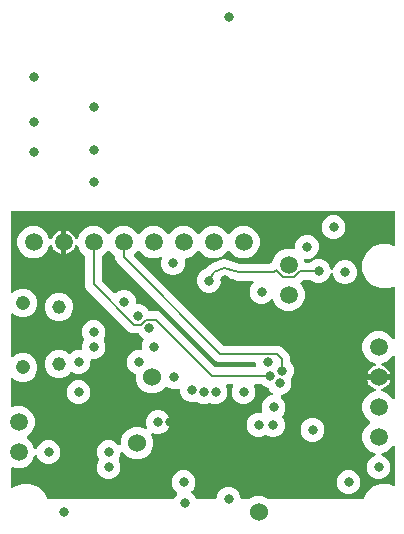
<source format=gbr>
G04 EAGLE Gerber RS-274X export*
G75*
%MOMM*%
%FSLAX34Y34*%
%LPD*%
%INCopper Layer 15*%
%IPPOS*%
%AMOC8*
5,1,8,0,0,1.08239X$1,22.5*%
G01*
%ADD10C,1.508000*%
%ADD11C,1.524000*%
%ADD12C,1.158000*%
%ADD13C,1.208000*%
%ADD14C,0.800100*%
%ADD15C,0.203200*%
%ADD16C,0.152400*%

G36*
X143500Y11434D02*
X143500Y11434D01*
X143530Y11432D01*
X143658Y11454D01*
X143787Y11471D01*
X143814Y11481D01*
X143843Y11486D01*
X143962Y11540D01*
X144082Y11588D01*
X144106Y11605D01*
X144133Y11617D01*
X144235Y11698D01*
X144340Y11774D01*
X144359Y11797D01*
X144382Y11816D01*
X144460Y11919D01*
X144543Y12019D01*
X144555Y12046D01*
X144573Y12070D01*
X144644Y12214D01*
X145110Y13340D01*
X146748Y14977D01*
X146821Y15072D01*
X146900Y15161D01*
X146918Y15197D01*
X146943Y15229D01*
X146990Y15338D01*
X147044Y15444D01*
X147053Y15483D01*
X147069Y15521D01*
X147088Y15638D01*
X147114Y15754D01*
X147113Y15795D01*
X147119Y15835D01*
X147108Y15953D01*
X147104Y16072D01*
X147093Y16111D01*
X147089Y16151D01*
X147049Y16264D01*
X147016Y16378D01*
X146995Y16412D01*
X146982Y16451D01*
X146915Y16549D01*
X146854Y16652D01*
X146814Y16697D01*
X146803Y16714D01*
X146788Y16727D01*
X146748Y16772D01*
X143840Y19680D01*
X142303Y23391D01*
X142303Y27409D01*
X143840Y31120D01*
X146680Y33960D01*
X150391Y35497D01*
X154409Y35497D01*
X158120Y33960D01*
X160960Y31120D01*
X162497Y27409D01*
X162497Y23391D01*
X160960Y19680D01*
X159322Y18042D01*
X159249Y17948D01*
X159170Y17859D01*
X159152Y17823D01*
X159127Y17791D01*
X159080Y17682D01*
X159026Y17576D01*
X159017Y17537D01*
X159001Y17499D01*
X158982Y17382D01*
X158956Y17266D01*
X158957Y17225D01*
X158951Y17185D01*
X158962Y17067D01*
X158966Y16948D01*
X158977Y16909D01*
X158981Y16869D01*
X159021Y16756D01*
X159054Y16642D01*
X159075Y16607D01*
X159088Y16569D01*
X159155Y16471D01*
X159216Y16368D01*
X159256Y16323D01*
X159267Y16306D01*
X159282Y16293D01*
X159322Y16247D01*
X162230Y13340D01*
X162696Y12214D01*
X162711Y12189D01*
X162720Y12161D01*
X162789Y12051D01*
X162854Y11938D01*
X162874Y11917D01*
X162890Y11892D01*
X162985Y11803D01*
X163075Y11710D01*
X163100Y11694D01*
X163122Y11674D01*
X163235Y11611D01*
X163346Y11543D01*
X163374Y11535D01*
X163400Y11520D01*
X163526Y11488D01*
X163650Y11450D01*
X163680Y11448D01*
X163708Y11441D01*
X163869Y11431D01*
X179134Y11431D01*
X179252Y11446D01*
X179370Y11453D01*
X179409Y11466D01*
X179449Y11471D01*
X179560Y11514D01*
X179673Y11551D01*
X179707Y11573D01*
X179745Y11588D01*
X179841Y11657D01*
X179942Y11721D01*
X179969Y11751D01*
X180002Y11774D01*
X180078Y11866D01*
X180160Y11953D01*
X180179Y11988D01*
X180205Y12019D01*
X180256Y12127D01*
X180313Y12231D01*
X180323Y12271D01*
X180340Y12307D01*
X180363Y12424D01*
X180393Y12539D01*
X180396Y12599D01*
X180400Y12619D01*
X180399Y12640D01*
X180403Y12700D01*
X180403Y13074D01*
X181940Y16785D01*
X184780Y19626D01*
X188491Y21163D01*
X192509Y21163D01*
X196220Y19626D01*
X199060Y16785D01*
X200597Y13074D01*
X200597Y12700D01*
X200612Y12582D01*
X200620Y12463D01*
X200632Y12425D01*
X200637Y12384D01*
X200681Y12274D01*
X200718Y12161D01*
X200739Y12126D01*
X200754Y12089D01*
X200824Y11993D01*
X200888Y11892D01*
X200917Y11864D01*
X200941Y11831D01*
X201033Y11755D01*
X201119Y11674D01*
X201155Y11654D01*
X201186Y11629D01*
X201294Y11578D01*
X201398Y11520D01*
X201437Y11510D01*
X201474Y11493D01*
X201590Y11471D01*
X201706Y11441D01*
X201766Y11437D01*
X201786Y11433D01*
X201806Y11435D01*
X201866Y11431D01*
X207407Y11431D01*
X207507Y11443D01*
X207608Y11447D01*
X207664Y11463D01*
X207722Y11471D01*
X207752Y11482D01*
X207888Y11529D01*
X207913Y11536D01*
X207927Y11544D01*
X213172Y13717D01*
X218628Y13717D01*
X223903Y11532D01*
X223905Y11531D01*
X223925Y11520D01*
X223983Y11505D01*
X224039Y11481D01*
X224137Y11466D01*
X224233Y11441D01*
X224333Y11435D01*
X224353Y11431D01*
X224365Y11433D01*
X224393Y11431D01*
X304017Y11431D01*
X304046Y11434D01*
X304076Y11432D01*
X304204Y11454D01*
X304333Y11471D01*
X304360Y11481D01*
X304389Y11487D01*
X304508Y11540D01*
X304628Y11588D01*
X304652Y11605D01*
X304679Y11617D01*
X304780Y11698D01*
X304886Y11774D01*
X304904Y11797D01*
X304927Y11816D01*
X305005Y11919D01*
X305088Y12019D01*
X305101Y12046D01*
X305119Y12070D01*
X305190Y12214D01*
X306645Y15727D01*
X311933Y21015D01*
X318841Y23877D01*
X326319Y23877D01*
X329714Y22470D01*
X329762Y22457D01*
X329807Y22436D01*
X329915Y22415D01*
X330021Y22386D01*
X330071Y22386D01*
X330120Y22376D01*
X330229Y22383D01*
X330339Y22381D01*
X330387Y22393D01*
X330437Y22396D01*
X330541Y22430D01*
X330648Y22455D01*
X330692Y22479D01*
X330739Y22494D01*
X330832Y22553D01*
X330929Y22604D01*
X330966Y22638D01*
X331008Y22664D01*
X331083Y22744D01*
X331165Y22818D01*
X331192Y22860D01*
X331226Y22896D01*
X331279Y22992D01*
X331339Y23084D01*
X331356Y23131D01*
X331380Y23174D01*
X331407Y23281D01*
X331443Y23385D01*
X331447Y23434D01*
X331459Y23482D01*
X331469Y23643D01*
X331469Y55209D01*
X331461Y55279D01*
X331462Y55348D01*
X331441Y55436D01*
X331429Y55525D01*
X331404Y55590D01*
X331387Y55658D01*
X331345Y55737D01*
X331312Y55821D01*
X331271Y55877D01*
X331239Y55939D01*
X331178Y56005D01*
X331126Y56078D01*
X331072Y56122D01*
X331025Y56174D01*
X330950Y56223D01*
X330881Y56281D01*
X330817Y56310D01*
X330759Y56349D01*
X330674Y56378D01*
X330593Y56416D01*
X330525Y56429D01*
X330458Y56452D01*
X330369Y56459D01*
X330281Y56476D01*
X330211Y56472D01*
X330141Y56477D01*
X330053Y56462D01*
X329963Y56456D01*
X329897Y56435D01*
X329828Y56423D01*
X329746Y56386D01*
X329661Y56358D01*
X329602Y56321D01*
X329538Y56292D01*
X329468Y56236D01*
X329392Y56188D01*
X329344Y56137D01*
X329290Y56094D01*
X329236Y56022D01*
X329174Y55956D01*
X329140Y55895D01*
X329098Y55840D01*
X329073Y55787D01*
X325225Y51939D01*
X320680Y50057D01*
X320560Y49988D01*
X320437Y49923D01*
X320422Y49910D01*
X320404Y49900D01*
X320304Y49803D01*
X320201Y49709D01*
X320190Y49692D01*
X320176Y49678D01*
X320103Y49560D01*
X320027Y49444D01*
X320020Y49424D01*
X320009Y49407D01*
X319969Y49275D01*
X319923Y49143D01*
X319922Y49123D01*
X319916Y49103D01*
X319909Y48965D01*
X319898Y48826D01*
X319902Y48806D01*
X319901Y48786D01*
X319929Y48650D01*
X319953Y48512D01*
X319961Y48494D01*
X319965Y48474D01*
X320026Y48349D01*
X320083Y48222D01*
X320096Y48207D01*
X320105Y48188D01*
X320195Y48082D01*
X320282Y47974D01*
X320298Y47962D01*
X320311Y47946D01*
X320425Y47866D01*
X320536Y47783D01*
X320561Y47770D01*
X320571Y47763D01*
X320590Y47756D01*
X320680Y47712D01*
X323220Y46660D01*
X326060Y43820D01*
X327597Y40109D01*
X327597Y36091D01*
X326060Y32380D01*
X323220Y29540D01*
X319509Y28003D01*
X315491Y28003D01*
X311780Y29540D01*
X308940Y32380D01*
X307403Y36091D01*
X307403Y40109D01*
X308940Y43820D01*
X311780Y46660D01*
X314320Y47712D01*
X314440Y47781D01*
X314563Y47846D01*
X314578Y47859D01*
X314596Y47869D01*
X314696Y47966D01*
X314799Y48060D01*
X314810Y48076D01*
X314824Y48091D01*
X314897Y48209D01*
X314973Y48325D01*
X314980Y48345D01*
X314991Y48362D01*
X315031Y48494D01*
X315077Y48626D01*
X315078Y48646D01*
X315084Y48666D01*
X315091Y48804D01*
X315102Y48943D01*
X315098Y48963D01*
X315099Y48983D01*
X315071Y49119D01*
X315047Y49257D01*
X315039Y49275D01*
X315035Y49295D01*
X314974Y49420D01*
X314917Y49546D01*
X314904Y49562D01*
X314895Y49581D01*
X314805Y49687D01*
X314718Y49795D01*
X314702Y49807D01*
X314689Y49823D01*
X314575Y49903D01*
X314464Y49986D01*
X314439Y49999D01*
X314429Y50006D01*
X314410Y50013D01*
X314320Y50057D01*
X309775Y51939D01*
X305939Y55775D01*
X303863Y60787D01*
X303863Y66213D01*
X305939Y71225D01*
X309805Y75090D01*
X309816Y75096D01*
X309939Y75161D01*
X309954Y75175D01*
X309971Y75185D01*
X310071Y75281D01*
X310174Y75375D01*
X310185Y75392D01*
X310200Y75406D01*
X310272Y75525D01*
X310349Y75641D01*
X310355Y75660D01*
X310366Y75677D01*
X310407Y75810D01*
X310452Y75942D01*
X310454Y75962D01*
X310460Y75981D01*
X310466Y76119D01*
X310477Y76259D01*
X310474Y76279D01*
X310475Y76299D01*
X310447Y76435D01*
X310423Y76572D01*
X310415Y76590D01*
X310410Y76610D01*
X310349Y76735D01*
X310292Y76862D01*
X310280Y76878D01*
X310271Y76896D01*
X310180Y77002D01*
X310094Y77110D01*
X310078Y77123D01*
X310064Y77138D01*
X309951Y77218D01*
X309840Y77302D01*
X309814Y77314D01*
X309804Y77321D01*
X309787Y77328D01*
X305939Y81175D01*
X303863Y86187D01*
X303863Y91613D01*
X305939Y96625D01*
X309775Y100461D01*
X314376Y102366D01*
X314402Y102381D01*
X314430Y102390D01*
X314539Y102459D01*
X314652Y102524D01*
X314674Y102545D01*
X314699Y102561D01*
X314787Y102655D01*
X314881Y102745D01*
X314896Y102771D01*
X314917Y102792D01*
X314979Y102906D01*
X315047Y103016D01*
X315056Y103045D01*
X315070Y103071D01*
X315102Y103196D01*
X315140Y103320D01*
X315142Y103350D01*
X315149Y103379D01*
X315149Y103509D01*
X315155Y103638D01*
X315149Y103667D01*
X315149Y103697D01*
X315117Y103823D01*
X315091Y103949D01*
X315078Y103976D01*
X315071Y104005D01*
X315008Y104118D01*
X314951Y104235D01*
X314932Y104258D01*
X314918Y104284D01*
X314829Y104378D01*
X314745Y104477D01*
X314721Y104494D01*
X314700Y104516D01*
X314591Y104585D01*
X314485Y104660D01*
X314457Y104671D01*
X314432Y104687D01*
X314282Y104746D01*
X313630Y104958D01*
X312217Y105678D01*
X310933Y106611D01*
X309811Y107733D01*
X308878Y109017D01*
X308158Y110430D01*
X307713Y111801D01*
X316270Y111801D01*
X316388Y111816D01*
X316507Y111823D01*
X316545Y111835D01*
X316585Y111841D01*
X316696Y111884D01*
X316809Y111921D01*
X316843Y111943D01*
X316881Y111958D01*
X316977Y112027D01*
X317078Y112091D01*
X317106Y112121D01*
X317138Y112144D01*
X317214Y112236D01*
X317296Y112323D01*
X317315Y112358D01*
X317341Y112389D01*
X317392Y112497D01*
X317449Y112601D01*
X317459Y112641D01*
X317477Y112677D01*
X317497Y112784D01*
X317501Y112754D01*
X317545Y112644D01*
X317581Y112531D01*
X317603Y112496D01*
X317618Y112459D01*
X317688Y112362D01*
X317751Y112262D01*
X317781Y112234D01*
X317805Y112201D01*
X317896Y112125D01*
X317983Y112044D01*
X318018Y112024D01*
X318050Y111999D01*
X318157Y111948D01*
X318262Y111890D01*
X318301Y111880D01*
X318337Y111863D01*
X318454Y111841D01*
X318570Y111811D01*
X318630Y111807D01*
X318650Y111803D01*
X318670Y111805D01*
X318730Y111801D01*
X327287Y111801D01*
X326842Y110430D01*
X326122Y109017D01*
X325189Y107733D01*
X324067Y106611D01*
X322783Y105678D01*
X321370Y104958D01*
X320718Y104746D01*
X320691Y104733D01*
X320662Y104726D01*
X320547Y104666D01*
X320430Y104611D01*
X320407Y104592D01*
X320381Y104578D01*
X320285Y104491D01*
X320185Y104408D01*
X320167Y104384D01*
X320145Y104364D01*
X320074Y104255D01*
X319998Y104151D01*
X319987Y104123D01*
X319970Y104098D01*
X319928Y103975D01*
X319881Y103855D01*
X319877Y103825D01*
X319867Y103797D01*
X319857Y103668D01*
X319841Y103539D01*
X319844Y103510D01*
X319842Y103480D01*
X319864Y103352D01*
X319880Y103224D01*
X319891Y103196D01*
X319896Y103167D01*
X319950Y103048D01*
X319997Y102928D01*
X320015Y102904D01*
X320027Y102877D01*
X320108Y102775D01*
X320184Y102671D01*
X320207Y102652D01*
X320226Y102628D01*
X320329Y102551D01*
X320429Y102468D01*
X320456Y102455D01*
X320480Y102437D01*
X320624Y102366D01*
X325225Y100461D01*
X329076Y96610D01*
X329088Y96579D01*
X329140Y96507D01*
X329185Y96429D01*
X329233Y96379D01*
X329274Y96322D01*
X329344Y96265D01*
X329406Y96200D01*
X329466Y96164D01*
X329519Y96119D01*
X329601Y96081D01*
X329677Y96034D01*
X329744Y96013D01*
X329807Y95984D01*
X329895Y95967D01*
X329981Y95940D01*
X330051Y95937D01*
X330120Y95924D01*
X330209Y95930D01*
X330299Y95925D01*
X330367Y95939D01*
X330437Y95944D01*
X330522Y95971D01*
X330610Y95990D01*
X330673Y96020D01*
X330739Y96042D01*
X330815Y96090D01*
X330896Y96129D01*
X330949Y96175D01*
X331008Y96212D01*
X331070Y96277D01*
X331138Y96336D01*
X331178Y96393D01*
X331226Y96444D01*
X331269Y96522D01*
X331321Y96596D01*
X331346Y96661D01*
X331380Y96722D01*
X331402Y96809D01*
X331434Y96893D01*
X331442Y96962D01*
X331459Y97030D01*
X331469Y97191D01*
X331469Y131409D01*
X331461Y131479D01*
X331462Y131548D01*
X331441Y131636D01*
X331429Y131725D01*
X331404Y131790D01*
X331387Y131858D01*
X331345Y131937D01*
X331312Y132021D01*
X331271Y132077D01*
X331239Y132139D01*
X331178Y132205D01*
X331126Y132278D01*
X331072Y132323D01*
X331025Y132374D01*
X330950Y132423D01*
X330881Y132481D01*
X330817Y132511D01*
X330759Y132549D01*
X330674Y132578D01*
X330593Y132616D01*
X330524Y132629D01*
X330458Y132652D01*
X330369Y132659D01*
X330281Y132676D01*
X330211Y132672D01*
X330141Y132677D01*
X330053Y132662D01*
X329963Y132656D01*
X329897Y132635D01*
X329828Y132623D01*
X329746Y132586D01*
X329661Y132558D01*
X329602Y132521D01*
X329538Y132492D01*
X329468Y132436D01*
X329392Y132388D01*
X329344Y132337D01*
X329290Y132294D01*
X329236Y132222D01*
X329174Y132156D01*
X329140Y132095D01*
X329098Y132040D01*
X329073Y131987D01*
X325225Y128139D01*
X320624Y126234D01*
X320598Y126219D01*
X320570Y126210D01*
X320460Y126140D01*
X320348Y126076D01*
X320326Y126055D01*
X320301Y126039D01*
X320213Y125945D01*
X320120Y125855D01*
X320104Y125830D01*
X320083Y125808D01*
X320021Y125694D01*
X319953Y125584D01*
X319944Y125555D01*
X319930Y125529D01*
X319898Y125404D01*
X319860Y125280D01*
X319858Y125250D01*
X319851Y125221D01*
X319851Y125091D01*
X319845Y124962D01*
X319851Y124933D01*
X319851Y124903D01*
X319883Y124778D01*
X319909Y124651D01*
X319922Y124624D01*
X319929Y124595D01*
X319991Y124482D01*
X320049Y124365D01*
X320068Y124342D01*
X320082Y124316D01*
X320171Y124222D01*
X320255Y124123D01*
X320279Y124106D01*
X320300Y124084D01*
X320409Y124015D01*
X320515Y123940D01*
X320543Y123929D01*
X320568Y123913D01*
X320718Y123854D01*
X321370Y123642D01*
X322783Y122922D01*
X324067Y121989D01*
X325189Y120867D01*
X326122Y119583D01*
X326842Y118170D01*
X327287Y116799D01*
X318730Y116799D01*
X318612Y116784D01*
X318493Y116777D01*
X318455Y116764D01*
X318415Y116759D01*
X318304Y116716D01*
X318191Y116679D01*
X318157Y116657D01*
X318119Y116642D01*
X318023Y116573D01*
X317922Y116509D01*
X317894Y116479D01*
X317862Y116456D01*
X317786Y116364D01*
X317704Y116277D01*
X317685Y116242D01*
X317659Y116211D01*
X317608Y116103D01*
X317551Y115999D01*
X317541Y115959D01*
X317523Y115923D01*
X317503Y115816D01*
X317499Y115846D01*
X317455Y115956D01*
X317419Y116069D01*
X317397Y116104D01*
X317382Y116141D01*
X317312Y116237D01*
X317249Y116338D01*
X317219Y116366D01*
X317195Y116399D01*
X317104Y116475D01*
X317017Y116556D01*
X316982Y116576D01*
X316950Y116601D01*
X316843Y116652D01*
X316738Y116710D01*
X316699Y116720D01*
X316663Y116737D01*
X316546Y116759D01*
X316430Y116789D01*
X316370Y116793D01*
X316350Y116797D01*
X316330Y116795D01*
X316270Y116799D01*
X307713Y116799D01*
X308158Y118170D01*
X308878Y119583D01*
X309811Y120867D01*
X310933Y121989D01*
X312217Y122922D01*
X313630Y123642D01*
X314282Y123854D01*
X314309Y123867D01*
X314338Y123874D01*
X314453Y123934D01*
X314570Y123989D01*
X314593Y124008D01*
X314619Y124022D01*
X314715Y124109D01*
X314815Y124192D01*
X314833Y124216D01*
X314855Y124236D01*
X314926Y124345D01*
X315002Y124449D01*
X315013Y124477D01*
X315030Y124502D01*
X315072Y124625D01*
X315119Y124745D01*
X315123Y124775D01*
X315133Y124803D01*
X315143Y124932D01*
X315159Y125061D01*
X315156Y125090D01*
X315158Y125120D01*
X315136Y125248D01*
X315120Y125376D01*
X315109Y125404D01*
X315104Y125433D01*
X315050Y125552D01*
X315003Y125672D01*
X314985Y125696D01*
X314973Y125723D01*
X314892Y125824D01*
X314816Y125929D01*
X314793Y125948D01*
X314774Y125972D01*
X314671Y126049D01*
X314571Y126132D01*
X314544Y126145D01*
X314520Y126163D01*
X314376Y126234D01*
X309775Y128139D01*
X305939Y131975D01*
X303863Y136987D01*
X303863Y142413D01*
X305939Y147425D01*
X309775Y151261D01*
X314787Y153337D01*
X320213Y153337D01*
X325225Y151261D01*
X329076Y147410D01*
X329088Y147379D01*
X329140Y147307D01*
X329185Y147229D01*
X329233Y147179D01*
X329274Y147122D01*
X329344Y147065D01*
X329406Y147000D01*
X329466Y146964D01*
X329519Y146919D01*
X329601Y146881D01*
X329677Y146834D01*
X329744Y146813D01*
X329807Y146784D01*
X329895Y146767D01*
X329981Y146740D01*
X330051Y146737D01*
X330120Y146724D01*
X330209Y146730D01*
X330299Y146725D01*
X330367Y146739D01*
X330437Y146744D01*
X330522Y146771D01*
X330610Y146790D01*
X330673Y146820D01*
X330739Y146842D01*
X330815Y146890D01*
X330896Y146929D01*
X330949Y146974D01*
X331008Y147012D01*
X331070Y147077D01*
X331138Y147136D01*
X331178Y147193D01*
X331226Y147244D01*
X331269Y147322D01*
X331321Y147396D01*
X331346Y147461D01*
X331380Y147522D01*
X331402Y147609D01*
X331434Y147693D01*
X331442Y147762D01*
X331459Y147830D01*
X331469Y147991D01*
X331469Y189717D01*
X331463Y189766D01*
X331465Y189816D01*
X331443Y189923D01*
X331429Y190033D01*
X331411Y190079D01*
X331401Y190127D01*
X331353Y190226D01*
X331312Y190328D01*
X331283Y190368D01*
X331261Y190413D01*
X331190Y190497D01*
X331126Y190586D01*
X331087Y190617D01*
X331055Y190655D01*
X330965Y190718D01*
X330881Y190788D01*
X330836Y190810D01*
X330795Y190838D01*
X330692Y190877D01*
X330593Y190924D01*
X330544Y190933D01*
X330498Y190951D01*
X330388Y190963D01*
X330281Y190984D01*
X330231Y190981D01*
X330182Y190986D01*
X330073Y190971D01*
X329963Y190964D01*
X329916Y190949D01*
X329867Y190942D01*
X329714Y190890D01*
X326319Y189483D01*
X318841Y189483D01*
X311933Y192345D01*
X306645Y197633D01*
X303783Y204541D01*
X303783Y212019D01*
X306645Y218927D01*
X311933Y224215D01*
X318841Y227077D01*
X326319Y227077D01*
X329714Y225670D01*
X329762Y225657D01*
X329807Y225636D01*
X329915Y225615D01*
X330021Y225586D01*
X330071Y225586D01*
X330120Y225576D01*
X330229Y225583D01*
X330339Y225581D01*
X330387Y225593D01*
X330437Y225596D01*
X330541Y225630D01*
X330648Y225655D01*
X330692Y225679D01*
X330739Y225694D01*
X330832Y225753D01*
X330929Y225804D01*
X330966Y225838D01*
X331008Y225864D01*
X331083Y225944D01*
X331165Y226018D01*
X331192Y226060D01*
X331226Y226096D01*
X331279Y226192D01*
X331339Y226284D01*
X331356Y226331D01*
X331380Y226374D01*
X331407Y226481D01*
X331443Y226585D01*
X331447Y226634D01*
X331459Y226682D01*
X331469Y226843D01*
X331469Y254000D01*
X331454Y254118D01*
X331447Y254237D01*
X331434Y254275D01*
X331429Y254316D01*
X331386Y254426D01*
X331349Y254539D01*
X331327Y254574D01*
X331312Y254611D01*
X331243Y254707D01*
X331179Y254808D01*
X331149Y254836D01*
X331126Y254869D01*
X331034Y254945D01*
X330947Y255026D01*
X330912Y255046D01*
X330881Y255071D01*
X330773Y255122D01*
X330669Y255180D01*
X330629Y255190D01*
X330593Y255207D01*
X330476Y255229D01*
X330361Y255259D01*
X330301Y255263D01*
X330281Y255267D01*
X330260Y255265D01*
X330200Y255269D01*
X7493Y255269D01*
X7375Y255254D01*
X7256Y255247D01*
X7218Y255234D01*
X7177Y255229D01*
X7067Y255186D01*
X6954Y255149D01*
X6919Y255127D01*
X6882Y255112D01*
X6786Y255042D01*
X6685Y254979D01*
X6657Y254949D01*
X6624Y254926D01*
X6548Y254834D01*
X6467Y254747D01*
X6447Y254712D01*
X6422Y254681D01*
X6371Y254573D01*
X6313Y254469D01*
X6303Y254429D01*
X6286Y254393D01*
X6264Y254276D01*
X6234Y254161D01*
X6230Y254100D01*
X6226Y254080D01*
X6228Y254060D01*
X6224Y254000D01*
X6224Y187052D01*
X6241Y186914D01*
X6254Y186776D01*
X6261Y186757D01*
X6264Y186736D01*
X6315Y186607D01*
X6362Y186476D01*
X6373Y186459D01*
X6381Y186441D01*
X6462Y186328D01*
X6540Y186213D01*
X6556Y186200D01*
X6567Y186183D01*
X6675Y186095D01*
X6779Y186003D01*
X6797Y185993D01*
X6812Y185981D01*
X6938Y185921D01*
X7062Y185858D01*
X7082Y185854D01*
X7100Y185845D01*
X7237Y185819D01*
X7372Y185788D01*
X7393Y185789D01*
X7412Y185785D01*
X7551Y185794D01*
X7690Y185798D01*
X7710Y185804D01*
X7730Y185805D01*
X7862Y185848D01*
X7996Y185886D01*
X8013Y185897D01*
X8032Y185903D01*
X8150Y185977D01*
X8270Y186048D01*
X8291Y186067D01*
X8301Y186073D01*
X8315Y186088D01*
X8390Y186154D01*
X9635Y187399D01*
X14096Y189247D01*
X18924Y189247D01*
X23385Y187399D01*
X26799Y183985D01*
X28647Y179524D01*
X28647Y174696D01*
X26799Y170235D01*
X23385Y166821D01*
X18924Y164973D01*
X14096Y164973D01*
X9635Y166821D01*
X8390Y168066D01*
X8281Y168151D01*
X8174Y168239D01*
X8155Y168248D01*
X8139Y168261D01*
X8012Y168316D01*
X7886Y168375D01*
X7866Y168379D01*
X7847Y168387D01*
X7709Y168409D01*
X7573Y168435D01*
X7553Y168434D01*
X7533Y168437D01*
X7394Y168424D01*
X7256Y168415D01*
X7237Y168409D01*
X7217Y168407D01*
X7085Y168360D01*
X6954Y168317D01*
X6936Y168306D01*
X6917Y168299D01*
X6802Y168221D01*
X6685Y168147D01*
X6671Y168132D01*
X6654Y168121D01*
X6562Y168016D01*
X6467Y167915D01*
X6457Y167898D01*
X6444Y167882D01*
X6380Y167758D01*
X6313Y167637D01*
X6308Y167617D01*
X6299Y167599D01*
X6269Y167463D01*
X6234Y167329D01*
X6232Y167301D01*
X6229Y167289D01*
X6230Y167268D01*
X6224Y167168D01*
X6224Y132552D01*
X6241Y132414D01*
X6254Y132276D01*
X6261Y132257D01*
X6264Y132236D01*
X6315Y132107D01*
X6362Y131976D01*
X6373Y131959D01*
X6381Y131941D01*
X6462Y131828D01*
X6540Y131713D01*
X6556Y131700D01*
X6567Y131683D01*
X6675Y131595D01*
X6779Y131503D01*
X6797Y131493D01*
X6812Y131481D01*
X6938Y131421D01*
X7062Y131358D01*
X7082Y131354D01*
X7100Y131345D01*
X7237Y131319D01*
X7372Y131288D01*
X7393Y131289D01*
X7412Y131285D01*
X7551Y131294D01*
X7690Y131298D01*
X7710Y131304D01*
X7730Y131305D01*
X7862Y131348D01*
X7996Y131386D01*
X8013Y131397D01*
X8032Y131403D01*
X8150Y131477D01*
X8270Y131548D01*
X8291Y131567D01*
X8301Y131573D01*
X8315Y131588D01*
X8390Y131654D01*
X9635Y132899D01*
X14096Y134747D01*
X18924Y134747D01*
X23385Y132899D01*
X26799Y129485D01*
X28647Y125024D01*
X28647Y120196D01*
X26799Y115735D01*
X23385Y112321D01*
X18924Y110473D01*
X14096Y110473D01*
X9635Y112321D01*
X8390Y113566D01*
X8281Y113651D01*
X8174Y113739D01*
X8155Y113748D01*
X8139Y113761D01*
X8012Y113816D01*
X7886Y113875D01*
X7866Y113879D01*
X7847Y113887D01*
X7709Y113909D01*
X7573Y113935D01*
X7553Y113934D01*
X7533Y113937D01*
X7394Y113924D01*
X7256Y113915D01*
X7237Y113909D01*
X7217Y113907D01*
X7085Y113860D01*
X6954Y113817D01*
X6936Y113806D01*
X6917Y113799D01*
X6802Y113721D01*
X6685Y113647D01*
X6671Y113632D01*
X6654Y113621D01*
X6562Y113516D01*
X6467Y113415D01*
X6457Y113398D01*
X6444Y113382D01*
X6380Y113258D01*
X6313Y113137D01*
X6308Y113117D01*
X6299Y113099D01*
X6269Y112963D01*
X6234Y112829D01*
X6232Y112801D01*
X6229Y112789D01*
X6230Y112768D01*
X6224Y112668D01*
X6224Y90177D01*
X6230Y90128D01*
X6228Y90078D01*
X6250Y89971D01*
X6264Y89862D01*
X6282Y89815D01*
X6292Y89767D01*
X6340Y89668D01*
X6381Y89566D01*
X6410Y89526D01*
X6432Y89481D01*
X6503Y89398D01*
X6567Y89309D01*
X6606Y89277D01*
X6638Y89239D01*
X6728Y89176D01*
X6812Y89106D01*
X6857Y89085D01*
X6898Y89056D01*
X7001Y89017D01*
X7100Y88970D01*
X7149Y88961D01*
X7195Y88943D01*
X7305Y88931D01*
X7412Y88911D01*
X7462Y88914D01*
X7511Y88908D01*
X7620Y88924D01*
X7730Y88930D01*
X7777Y88946D01*
X7826Y88953D01*
X7979Y89005D01*
X9988Y89837D01*
X15413Y89837D01*
X20425Y87761D01*
X24261Y83925D01*
X26337Y78913D01*
X26337Y73487D01*
X24261Y68475D01*
X20395Y64610D01*
X20384Y64604D01*
X20261Y64539D01*
X20246Y64525D01*
X20229Y64515D01*
X20129Y64418D01*
X20026Y64325D01*
X20015Y64308D01*
X20000Y64294D01*
X19928Y64175D01*
X19851Y64059D01*
X19845Y64040D01*
X19834Y64023D01*
X19793Y63890D01*
X19748Y63758D01*
X19746Y63738D01*
X19740Y63719D01*
X19734Y63580D01*
X19723Y63441D01*
X19726Y63421D01*
X19725Y63401D01*
X19753Y63264D01*
X19777Y63128D01*
X19785Y63109D01*
X19790Y63090D01*
X19851Y62965D01*
X19908Y62838D01*
X19920Y62822D01*
X19929Y62804D01*
X20020Y62698D01*
X20106Y62589D01*
X20123Y62577D01*
X20136Y62562D01*
X20249Y62482D01*
X20361Y62398D01*
X20386Y62386D01*
X20396Y62379D01*
X20413Y62372D01*
X24261Y58525D01*
X26143Y53980D01*
X26212Y53859D01*
X26277Y53737D01*
X26290Y53722D01*
X26300Y53704D01*
X26397Y53604D01*
X26491Y53501D01*
X26508Y53490D01*
X26522Y53476D01*
X26640Y53403D01*
X26756Y53327D01*
X26776Y53320D01*
X26793Y53309D01*
X26925Y53269D01*
X27057Y53223D01*
X27077Y53222D01*
X27097Y53216D01*
X27235Y53209D01*
X27374Y53198D01*
X27394Y53202D01*
X27414Y53201D01*
X27550Y53229D01*
X27688Y53253D01*
X27706Y53261D01*
X27726Y53265D01*
X27851Y53326D01*
X27978Y53383D01*
X27993Y53396D01*
X28012Y53405D01*
X28118Y53495D01*
X28226Y53582D01*
X28238Y53598D01*
X28254Y53611D01*
X28334Y53725D01*
X28417Y53836D01*
X28430Y53861D01*
X28437Y53871D01*
X28444Y53890D01*
X28488Y53980D01*
X29540Y56520D01*
X32380Y59360D01*
X36091Y60897D01*
X40109Y60897D01*
X43820Y59360D01*
X46660Y56520D01*
X48197Y52809D01*
X48197Y48791D01*
X46660Y45080D01*
X43820Y42240D01*
X40109Y40703D01*
X36091Y40703D01*
X32380Y42240D01*
X29540Y45080D01*
X28488Y47620D01*
X28419Y47740D01*
X28354Y47863D01*
X28341Y47878D01*
X28331Y47896D01*
X28234Y47996D01*
X28140Y48099D01*
X28123Y48110D01*
X28109Y48124D01*
X27991Y48197D01*
X27875Y48273D01*
X27855Y48280D01*
X27838Y48291D01*
X27706Y48331D01*
X27574Y48377D01*
X27554Y48378D01*
X27534Y48384D01*
X27396Y48391D01*
X27257Y48402D01*
X27237Y48398D01*
X27217Y48399D01*
X27081Y48371D01*
X26943Y48347D01*
X26925Y48339D01*
X26905Y48335D01*
X26780Y48274D01*
X26654Y48217D01*
X26638Y48204D01*
X26619Y48195D01*
X26513Y48105D01*
X26405Y48018D01*
X26393Y48002D01*
X26377Y47989D01*
X26297Y47875D01*
X26214Y47764D01*
X26201Y47739D01*
X26194Y47729D01*
X26187Y47710D01*
X26143Y47620D01*
X24261Y43075D01*
X20425Y39239D01*
X15413Y37163D01*
X9988Y37163D01*
X7979Y37995D01*
X7931Y38009D01*
X7886Y38030D01*
X7778Y38050D01*
X7672Y38079D01*
X7622Y38080D01*
X7573Y38089D01*
X7502Y38085D01*
X7493Y38085D01*
X7484Y38084D01*
X7464Y38083D01*
X7354Y38084D01*
X7306Y38073D01*
X7256Y38070D01*
X7182Y38046D01*
X7177Y38045D01*
X7164Y38040D01*
X7152Y38036D01*
X7045Y38010D01*
X7001Y37987D01*
X6954Y37972D01*
X6890Y37931D01*
X6882Y37928D01*
X6861Y37913D01*
X6764Y37861D01*
X6727Y37828D01*
X6685Y37801D01*
X6636Y37750D01*
X6624Y37741D01*
X6603Y37716D01*
X6528Y37648D01*
X6501Y37606D01*
X6467Y37570D01*
X6436Y37514D01*
X6422Y37496D01*
X6403Y37458D01*
X6354Y37382D01*
X6337Y37335D01*
X6313Y37291D01*
X6299Y37237D01*
X6286Y37209D01*
X6276Y37156D01*
X6250Y37081D01*
X6246Y37031D01*
X6234Y36983D01*
X6229Y36913D01*
X6226Y36896D01*
X6227Y36879D01*
X6224Y36823D01*
X6224Y21901D01*
X6241Y21763D01*
X6254Y21624D01*
X6261Y21605D01*
X6264Y21585D01*
X6315Y21456D01*
X6362Y21325D01*
X6373Y21308D01*
X6381Y21289D01*
X6462Y21177D01*
X6540Y21062D01*
X6556Y21048D01*
X6567Y21032D01*
X6675Y20943D01*
X6779Y20851D01*
X6797Y20842D01*
X6812Y20829D01*
X6938Y20770D01*
X7062Y20707D01*
X7082Y20702D01*
X7100Y20694D01*
X7237Y20667D01*
X7372Y20637D01*
X7393Y20638D01*
X7412Y20634D01*
X7551Y20642D01*
X7690Y20647D01*
X7710Y20652D01*
X7730Y20654D01*
X7862Y20696D01*
X7996Y20735D01*
X8013Y20745D01*
X8032Y20752D01*
X8150Y20826D01*
X8270Y20897D01*
X8291Y20915D01*
X8301Y20922D01*
X8315Y20937D01*
X8391Y21003D01*
X8403Y21015D01*
X15311Y23877D01*
X22789Y23877D01*
X29697Y21015D01*
X34985Y15727D01*
X36440Y12214D01*
X36455Y12189D01*
X36464Y12161D01*
X36534Y12051D01*
X36598Y11938D01*
X36618Y11917D01*
X36634Y11892D01*
X36729Y11803D01*
X36819Y11710D01*
X36844Y11694D01*
X36866Y11674D01*
X36979Y11611D01*
X37090Y11543D01*
X37118Y11535D01*
X37144Y11520D01*
X37270Y11488D01*
X37394Y11450D01*
X37424Y11448D01*
X37452Y11441D01*
X37613Y11431D01*
X143471Y11431D01*
X143500Y11434D01*
G37*
%LPC*%
G36*
X213891Y63603D02*
X213891Y63603D01*
X210180Y65140D01*
X207340Y67980D01*
X205803Y71691D01*
X205803Y75709D01*
X207340Y79420D01*
X210180Y82260D01*
X213891Y83797D01*
X217885Y83797D01*
X217934Y83803D01*
X217984Y83801D01*
X218091Y83823D01*
X218200Y83837D01*
X218247Y83855D01*
X218295Y83865D01*
X218394Y83914D01*
X218496Y83954D01*
X218536Y83983D01*
X218581Y84005D01*
X218665Y84076D01*
X218753Y84141D01*
X218785Y84179D01*
X218823Y84211D01*
X218886Y84301D01*
X218956Y84386D01*
X218977Y84431D01*
X219006Y84471D01*
X219045Y84574D01*
X219092Y84674D01*
X219101Y84722D01*
X219119Y84769D01*
X219131Y84878D01*
X219152Y84986D01*
X219148Y85035D01*
X219154Y85085D01*
X219139Y85194D01*
X219132Y85303D01*
X219117Y85351D01*
X219110Y85400D01*
X219058Y85552D01*
X218503Y86891D01*
X218503Y90909D01*
X220040Y94620D01*
X222880Y97460D01*
X226606Y99003D01*
X226696Y99015D01*
X226835Y99028D01*
X226854Y99035D01*
X226874Y99037D01*
X227003Y99088D01*
X227135Y99135D01*
X227151Y99147D01*
X227170Y99154D01*
X227283Y99236D01*
X227398Y99314D01*
X227411Y99329D01*
X227427Y99341D01*
X227516Y99448D01*
X227608Y99552D01*
X227617Y99570D01*
X227630Y99586D01*
X227690Y99712D01*
X227753Y99836D01*
X227757Y99855D01*
X227766Y99874D01*
X227792Y100010D01*
X227822Y100146D01*
X227822Y100166D01*
X227826Y100186D01*
X227817Y100324D01*
X227813Y100464D01*
X227807Y100483D01*
X227806Y100503D01*
X227763Y100635D01*
X227724Y100769D01*
X227714Y100787D01*
X227708Y100806D01*
X227633Y100924D01*
X227563Y101043D01*
X227544Y101064D01*
X227538Y101075D01*
X227527Y101085D01*
X227526Y101086D01*
X227519Y101093D01*
X227456Y101164D01*
X225142Y103479D01*
X224623Y104730D01*
X224574Y104817D01*
X224533Y104907D01*
X224496Y104954D01*
X224466Y105007D01*
X224397Y105078D01*
X224335Y105155D01*
X224286Y105192D01*
X224244Y105235D01*
X224160Y105287D01*
X224081Y105346D01*
X223991Y105391D01*
X223973Y105401D01*
X223961Y105405D01*
X223936Y105417D01*
X220143Y106988D01*
X219068Y108064D01*
X218989Y108125D01*
X218917Y108193D01*
X218864Y108222D01*
X218816Y108259D01*
X218725Y108298D01*
X218639Y108346D01*
X218580Y108361D01*
X218524Y108385D01*
X218426Y108401D01*
X218331Y108426D01*
X218231Y108432D01*
X218210Y108435D01*
X218198Y108434D01*
X218170Y108436D01*
X213197Y108436D01*
X213148Y108430D01*
X213098Y108432D01*
X212991Y108410D01*
X212882Y108396D01*
X212836Y108378D01*
X212787Y108368D01*
X212688Y108319D01*
X212586Y108279D01*
X212546Y108250D01*
X212501Y108228D01*
X212418Y108157D01*
X212329Y108092D01*
X212297Y108054D01*
X212259Y108022D01*
X212196Y107932D01*
X212126Y107847D01*
X212105Y107802D01*
X212076Y107762D01*
X212037Y107659D01*
X211990Y107559D01*
X211981Y107511D01*
X211963Y107464D01*
X211951Y107355D01*
X211931Y107247D01*
X211934Y107198D01*
X211928Y107148D01*
X211944Y107039D01*
X211950Y106930D01*
X211966Y106882D01*
X211973Y106833D01*
X212025Y106681D01*
X213297Y103609D01*
X213297Y99591D01*
X211760Y95880D01*
X208920Y93040D01*
X205209Y91503D01*
X201191Y91503D01*
X197480Y93040D01*
X194640Y95880D01*
X193103Y99591D01*
X193103Y103609D01*
X194375Y106681D01*
X194388Y106729D01*
X194410Y106774D01*
X194430Y106881D01*
X194459Y106988D01*
X194460Y107037D01*
X194469Y107086D01*
X194463Y107196D01*
X194464Y107306D01*
X194453Y107354D01*
X194450Y107403D01*
X194416Y107508D01*
X194390Y107615D01*
X194367Y107659D01*
X194352Y107706D01*
X194293Y107799D01*
X194241Y107896D01*
X194208Y107933D01*
X194181Y107975D01*
X194101Y108050D01*
X194028Y108131D01*
X193986Y108159D01*
X193950Y108193D01*
X193854Y108246D01*
X193762Y108306D01*
X193715Y108322D01*
X193671Y108346D01*
X193565Y108374D01*
X193461Y108409D01*
X193411Y108413D01*
X193363Y108426D01*
X193203Y108436D01*
X189512Y108436D01*
X189462Y108430D01*
X189413Y108432D01*
X189305Y108410D01*
X189196Y108396D01*
X189150Y108378D01*
X189101Y108368D01*
X189002Y108319D01*
X188901Y108279D01*
X188860Y108250D01*
X188816Y108228D01*
X188732Y108157D01*
X188643Y108092D01*
X188611Y108054D01*
X188574Y108022D01*
X188510Y107932D01*
X188440Y107847D01*
X188419Y107802D01*
X188391Y107762D01*
X188352Y107659D01*
X188305Y107559D01*
X188296Y107511D01*
X188278Y107464D01*
X188266Y107355D01*
X188245Y107247D01*
X188248Y107198D01*
X188243Y107148D01*
X188258Y107039D01*
X188265Y106930D01*
X188280Y106882D01*
X188287Y106833D01*
X188339Y106681D01*
X189612Y103609D01*
X189612Y99591D01*
X188075Y95880D01*
X185234Y93040D01*
X181523Y91503D01*
X177506Y91503D01*
X174984Y92548D01*
X174888Y92574D01*
X174796Y92609D01*
X174735Y92616D01*
X174677Y92631D01*
X174578Y92633D01*
X174480Y92644D01*
X174420Y92636D01*
X174359Y92637D01*
X174263Y92613D01*
X174165Y92600D01*
X174070Y92567D01*
X174050Y92562D01*
X174039Y92557D01*
X174012Y92548D01*
X171490Y91503D01*
X167473Y91503D01*
X163762Y93040D01*
X163520Y93282D01*
X163497Y93300D01*
X163477Y93323D01*
X163371Y93397D01*
X163269Y93477D01*
X163242Y93489D01*
X163217Y93506D01*
X163096Y93552D01*
X162977Y93603D01*
X162948Y93608D01*
X162920Y93618D01*
X162791Y93633D01*
X162663Y93653D01*
X162633Y93650D01*
X162604Y93654D01*
X162475Y93635D01*
X162346Y93623D01*
X162318Y93613D01*
X162289Y93609D01*
X162137Y93557D01*
X161457Y93276D01*
X157440Y93276D01*
X153729Y94813D01*
X150888Y97653D01*
X149351Y101364D01*
X149351Y103569D01*
X149345Y103618D01*
X149347Y103668D01*
X149325Y103775D01*
X149311Y103884D01*
X149293Y103931D01*
X149283Y103979D01*
X149235Y104078D01*
X149194Y104180D01*
X149165Y104220D01*
X149143Y104265D01*
X149072Y104348D01*
X149008Y104437D01*
X148969Y104469D01*
X148937Y104507D01*
X148847Y104570D01*
X148763Y104640D01*
X148718Y104661D01*
X148677Y104690D01*
X148574Y104729D01*
X148475Y104776D01*
X148426Y104785D01*
X148380Y104803D01*
X148270Y104815D01*
X148163Y104835D01*
X148113Y104832D01*
X148064Y104838D01*
X147955Y104823D01*
X147845Y104816D01*
X147798Y104800D01*
X147749Y104793D01*
X147596Y104741D01*
X146296Y104203D01*
X142279Y104203D01*
X138568Y105740D01*
X138466Y105842D01*
X138372Y105915D01*
X138282Y105994D01*
X138246Y106012D01*
X138214Y106037D01*
X138105Y106084D01*
X137999Y106139D01*
X137960Y106147D01*
X137923Y106163D01*
X137805Y106182D01*
X137689Y106208D01*
X137648Y106207D01*
X137608Y106213D01*
X137490Y106202D01*
X137371Y106199D01*
X137332Y106187D01*
X137292Y106184D01*
X137180Y106143D01*
X137065Y106110D01*
X137031Y106090D01*
X136993Y106076D01*
X136894Y106009D01*
X136791Y105949D01*
X136746Y105909D01*
X136729Y105897D01*
X136716Y105882D01*
X136671Y105842D01*
X133500Y102671D01*
X128458Y100583D01*
X123002Y100583D01*
X117960Y102671D01*
X114101Y106530D01*
X112013Y111572D01*
X112013Y116161D01*
X112010Y116190D01*
X112012Y116219D01*
X111990Y116348D01*
X111973Y116476D01*
X111963Y116504D01*
X111958Y116533D01*
X111904Y116651D01*
X111856Y116772D01*
X111839Y116796D01*
X111827Y116823D01*
X111746Y116924D01*
X111670Y117029D01*
X111647Y117048D01*
X111628Y117071D01*
X111525Y117149D01*
X111425Y117232D01*
X111398Y117245D01*
X111374Y117262D01*
X111230Y117333D01*
X108596Y118424D01*
X105756Y121265D01*
X104218Y124976D01*
X104218Y128993D01*
X105756Y132704D01*
X108596Y135544D01*
X112307Y137082D01*
X115634Y137082D01*
X115752Y137097D01*
X115870Y137104D01*
X115909Y137116D01*
X115949Y137121D01*
X116060Y137165D01*
X116173Y137202D01*
X116207Y137224D01*
X116245Y137238D01*
X116341Y137308D01*
X116442Y137372D01*
X116469Y137402D01*
X116502Y137425D01*
X116578Y137517D01*
X116660Y137604D01*
X116679Y137639D01*
X116705Y137670D01*
X116756Y137778D01*
X116813Y137882D01*
X116823Y137921D01*
X116840Y137958D01*
X116863Y138075D01*
X116893Y138190D01*
X116896Y138250D01*
X116900Y138270D01*
X116900Y138274D01*
X116900Y138275D01*
X116899Y138293D01*
X116903Y138351D01*
X116903Y141709D01*
X118473Y145500D01*
X118505Y145541D01*
X118525Y145587D01*
X118552Y145628D01*
X118588Y145732D01*
X118632Y145833D01*
X118639Y145882D01*
X118656Y145929D01*
X118664Y146039D01*
X118682Y146147D01*
X118677Y146197D01*
X118681Y146246D01*
X118662Y146354D01*
X118652Y146464D01*
X118635Y146510D01*
X118626Y146560D01*
X118581Y146660D01*
X118544Y146763D01*
X118516Y146804D01*
X118496Y146850D01*
X118427Y146935D01*
X118366Y147026D01*
X118328Y147059D01*
X118297Y147098D01*
X118209Y147164D01*
X118127Y147237D01*
X118083Y147259D01*
X118043Y147289D01*
X117899Y147360D01*
X117662Y147458D01*
X114822Y150299D01*
X114514Y151041D01*
X114499Y151067D01*
X114490Y151095D01*
X114421Y151205D01*
X114357Y151318D01*
X114336Y151339D01*
X114320Y151364D01*
X114226Y151453D01*
X114135Y151546D01*
X114110Y151562D01*
X114089Y151582D01*
X113975Y151644D01*
X113864Y151712D01*
X113836Y151721D01*
X113810Y151735D01*
X113684Y151768D01*
X113560Y151806D01*
X113531Y151807D01*
X113502Y151815D01*
X113341Y151825D01*
X109079Y151825D01*
X106465Y152908D01*
X70170Y189203D01*
X69087Y191817D01*
X69087Y215938D01*
X69084Y215967D01*
X69086Y215997D01*
X69064Y216125D01*
X69047Y216253D01*
X69037Y216281D01*
X69031Y216310D01*
X68978Y216428D01*
X68930Y216549D01*
X68913Y216573D01*
X68901Y216600D01*
X68820Y216701D01*
X68744Y216806D01*
X68721Y216825D01*
X68702Y216848D01*
X68599Y216926D01*
X68539Y216976D01*
X64639Y220875D01*
X62734Y225476D01*
X62719Y225502D01*
X62710Y225530D01*
X62641Y225639D01*
X62576Y225752D01*
X62555Y225774D01*
X62539Y225799D01*
X62445Y225887D01*
X62355Y225981D01*
X62329Y225996D01*
X62308Y226017D01*
X62194Y226079D01*
X62084Y226147D01*
X62055Y226156D01*
X62029Y226170D01*
X61904Y226202D01*
X61780Y226240D01*
X61750Y226242D01*
X61721Y226249D01*
X61591Y226249D01*
X61462Y226255D01*
X61433Y226249D01*
X61403Y226249D01*
X61277Y226217D01*
X61151Y226191D01*
X61124Y226178D01*
X61095Y226171D01*
X60982Y226108D01*
X60865Y226051D01*
X60842Y226032D01*
X60816Y226018D01*
X60722Y225929D01*
X60623Y225845D01*
X60606Y225821D01*
X60584Y225800D01*
X60514Y225691D01*
X60440Y225585D01*
X60429Y225557D01*
X60413Y225532D01*
X60354Y225382D01*
X60142Y224730D01*
X59422Y223317D01*
X58489Y222033D01*
X57367Y220911D01*
X56083Y219978D01*
X54670Y219258D01*
X53299Y218813D01*
X53299Y227370D01*
X53284Y227488D01*
X53277Y227607D01*
X53264Y227645D01*
X53259Y227685D01*
X53216Y227796D01*
X53179Y227909D01*
X53157Y227943D01*
X53142Y227981D01*
X53073Y228077D01*
X53009Y228178D01*
X52979Y228206D01*
X52956Y228238D01*
X52864Y228314D01*
X52777Y228396D01*
X52742Y228415D01*
X52711Y228441D01*
X52603Y228492D01*
X52499Y228549D01*
X52459Y228559D01*
X52423Y228577D01*
X52316Y228597D01*
X52346Y228601D01*
X52456Y228645D01*
X52569Y228681D01*
X52604Y228703D01*
X52641Y228718D01*
X52737Y228788D01*
X52838Y228851D01*
X52866Y228881D01*
X52899Y228905D01*
X52975Y228996D01*
X53056Y229083D01*
X53076Y229118D01*
X53101Y229150D01*
X53152Y229257D01*
X53210Y229362D01*
X53220Y229401D01*
X53237Y229437D01*
X53259Y229554D01*
X53289Y229670D01*
X53293Y229730D01*
X53297Y229750D01*
X53295Y229770D01*
X53299Y229830D01*
X53299Y238387D01*
X54670Y237942D01*
X56083Y237222D01*
X57367Y236289D01*
X58489Y235167D01*
X59422Y233883D01*
X60142Y232470D01*
X60354Y231818D01*
X60367Y231791D01*
X60374Y231762D01*
X60434Y231647D01*
X60489Y231530D01*
X60508Y231507D01*
X60522Y231480D01*
X60609Y231385D01*
X60692Y231285D01*
X60716Y231267D01*
X60736Y231245D01*
X60845Y231174D01*
X60949Y231098D01*
X60977Y231087D01*
X61002Y231070D01*
X61125Y231028D01*
X61245Y230981D01*
X61275Y230977D01*
X61303Y230967D01*
X61432Y230957D01*
X61560Y230941D01*
X61590Y230944D01*
X61620Y230942D01*
X61748Y230964D01*
X61876Y230980D01*
X61904Y230991D01*
X61933Y230996D01*
X62051Y231050D01*
X62172Y231097D01*
X62196Y231115D01*
X62223Y231127D01*
X62324Y231208D01*
X62429Y231284D01*
X62448Y231307D01*
X62472Y231326D01*
X62550Y231429D01*
X62632Y231529D01*
X62645Y231556D01*
X62663Y231580D01*
X62734Y231724D01*
X64639Y236325D01*
X68475Y240161D01*
X73487Y242237D01*
X78913Y242237D01*
X83925Y240161D01*
X87790Y236295D01*
X87796Y236284D01*
X87861Y236161D01*
X87875Y236146D01*
X87885Y236129D01*
X87982Y236028D01*
X88075Y235926D01*
X88092Y235915D01*
X88106Y235900D01*
X88225Y235828D01*
X88341Y235751D01*
X88360Y235745D01*
X88377Y235734D01*
X88510Y235693D01*
X88642Y235648D01*
X88662Y235646D01*
X88681Y235640D01*
X88820Y235634D01*
X88959Y235623D01*
X88979Y235626D01*
X88999Y235625D01*
X89135Y235653D01*
X89272Y235677D01*
X89291Y235685D01*
X89310Y235689D01*
X89435Y235750D01*
X89562Y235808D01*
X89578Y235820D01*
X89596Y235829D01*
X89702Y235920D01*
X89810Y236006D01*
X89822Y236022D01*
X89838Y236035D01*
X89918Y236150D01*
X90002Y236260D01*
X90014Y236285D01*
X90021Y236295D01*
X90028Y236313D01*
X93875Y240161D01*
X98887Y242237D01*
X104313Y242237D01*
X109325Y240161D01*
X113190Y236295D01*
X113196Y236284D01*
X113261Y236161D01*
X113275Y236146D01*
X113285Y236129D01*
X113382Y236028D01*
X113475Y235926D01*
X113492Y235915D01*
X113506Y235900D01*
X113625Y235828D01*
X113741Y235751D01*
X113760Y235745D01*
X113777Y235734D01*
X113910Y235693D01*
X114042Y235648D01*
X114062Y235646D01*
X114081Y235640D01*
X114220Y235634D01*
X114359Y235623D01*
X114379Y235626D01*
X114399Y235625D01*
X114535Y235653D01*
X114672Y235677D01*
X114691Y235685D01*
X114710Y235689D01*
X114835Y235750D01*
X114962Y235808D01*
X114978Y235820D01*
X114996Y235829D01*
X115102Y235920D01*
X115210Y236006D01*
X115222Y236022D01*
X115238Y236035D01*
X115318Y236150D01*
X115402Y236260D01*
X115414Y236285D01*
X115421Y236295D01*
X115428Y236313D01*
X119275Y240161D01*
X124287Y242237D01*
X129713Y242237D01*
X134725Y240161D01*
X138590Y236295D01*
X138596Y236284D01*
X138661Y236161D01*
X138675Y236146D01*
X138685Y236129D01*
X138782Y236028D01*
X138875Y235926D01*
X138892Y235915D01*
X138906Y235900D01*
X139025Y235828D01*
X139141Y235751D01*
X139160Y235745D01*
X139177Y235734D01*
X139310Y235693D01*
X139442Y235648D01*
X139462Y235646D01*
X139481Y235640D01*
X139620Y235634D01*
X139759Y235623D01*
X139779Y235626D01*
X139799Y235625D01*
X139935Y235653D01*
X140072Y235677D01*
X140091Y235685D01*
X140110Y235689D01*
X140235Y235750D01*
X140362Y235808D01*
X140378Y235820D01*
X140396Y235829D01*
X140502Y235920D01*
X140610Y236006D01*
X140622Y236022D01*
X140638Y236035D01*
X140718Y236150D01*
X140802Y236260D01*
X140814Y236285D01*
X140821Y236295D01*
X140828Y236313D01*
X144675Y240161D01*
X149687Y242237D01*
X155113Y242237D01*
X160125Y240161D01*
X163990Y236295D01*
X163996Y236284D01*
X164061Y236161D01*
X164075Y236146D01*
X164085Y236129D01*
X164182Y236028D01*
X164275Y235926D01*
X164292Y235915D01*
X164306Y235900D01*
X164425Y235828D01*
X164541Y235751D01*
X164560Y235745D01*
X164577Y235734D01*
X164710Y235693D01*
X164842Y235648D01*
X164862Y235646D01*
X164881Y235640D01*
X165020Y235634D01*
X165159Y235623D01*
X165179Y235626D01*
X165199Y235625D01*
X165335Y235653D01*
X165472Y235677D01*
X165491Y235685D01*
X165510Y235689D01*
X165635Y235750D01*
X165762Y235808D01*
X165778Y235820D01*
X165796Y235829D01*
X165902Y235920D01*
X166010Y236006D01*
X166022Y236022D01*
X166038Y236035D01*
X166118Y236150D01*
X166202Y236260D01*
X166214Y236285D01*
X166221Y236295D01*
X166228Y236313D01*
X170075Y240161D01*
X175087Y242237D01*
X180513Y242237D01*
X185525Y240161D01*
X189390Y236295D01*
X189396Y236284D01*
X189461Y236161D01*
X189475Y236146D01*
X189485Y236129D01*
X189581Y236029D01*
X189675Y235926D01*
X189692Y235915D01*
X189706Y235900D01*
X189825Y235828D01*
X189941Y235751D01*
X189960Y235745D01*
X189977Y235734D01*
X190110Y235693D01*
X190242Y235648D01*
X190262Y235646D01*
X190281Y235640D01*
X190419Y235634D01*
X190559Y235623D01*
X190579Y235626D01*
X190599Y235625D01*
X190735Y235653D01*
X190872Y235677D01*
X190890Y235685D01*
X190910Y235690D01*
X191035Y235751D01*
X191162Y235808D01*
X191178Y235820D01*
X191196Y235829D01*
X191302Y235920D01*
X191410Y236006D01*
X191423Y236022D01*
X191438Y236036D01*
X191518Y236149D01*
X191602Y236260D01*
X191614Y236286D01*
X191621Y236296D01*
X191628Y236313D01*
X195475Y240161D01*
X200487Y242237D01*
X205913Y242237D01*
X210925Y240161D01*
X214761Y236325D01*
X216837Y231313D01*
X216837Y225887D01*
X214761Y220875D01*
X210925Y217039D01*
X205913Y214963D01*
X200487Y214963D01*
X195475Y217039D01*
X191610Y220905D01*
X191604Y220916D01*
X191539Y221039D01*
X191525Y221054D01*
X191515Y221071D01*
X191418Y221171D01*
X191325Y221274D01*
X191308Y221285D01*
X191294Y221300D01*
X191175Y221373D01*
X191059Y221449D01*
X191040Y221455D01*
X191023Y221466D01*
X190889Y221507D01*
X190758Y221552D01*
X190738Y221554D01*
X190719Y221560D01*
X190579Y221566D01*
X190441Y221577D01*
X190421Y221574D01*
X190401Y221575D01*
X190265Y221547D01*
X190128Y221523D01*
X190109Y221514D01*
X190090Y221510D01*
X189965Y221449D01*
X189838Y221392D01*
X189822Y221380D01*
X189804Y221371D01*
X189698Y221280D01*
X189589Y221194D01*
X189577Y221177D01*
X189562Y221164D01*
X189482Y221050D01*
X189398Y220939D01*
X189386Y220914D01*
X189379Y220904D01*
X189372Y220887D01*
X185525Y217039D01*
X183923Y216376D01*
X183807Y216310D01*
X183688Y216248D01*
X183669Y216231D01*
X183647Y216218D01*
X183566Y216140D01*
X183536Y216136D01*
X183472Y216137D01*
X183380Y216114D01*
X183285Y216101D01*
X183182Y216065D01*
X183163Y216061D01*
X183148Y216054D01*
X183133Y216049D01*
X180513Y214963D01*
X175087Y214963D01*
X170075Y217039D01*
X166210Y220905D01*
X166204Y220916D01*
X166139Y221039D01*
X166125Y221054D01*
X166115Y221071D01*
X166018Y221171D01*
X165925Y221274D01*
X165908Y221285D01*
X165894Y221300D01*
X165775Y221372D01*
X165659Y221449D01*
X165640Y221455D01*
X165623Y221466D01*
X165490Y221507D01*
X165358Y221552D01*
X165338Y221554D01*
X165319Y221560D01*
X165180Y221566D01*
X165041Y221577D01*
X165021Y221574D01*
X165001Y221575D01*
X164864Y221547D01*
X164728Y221523D01*
X164709Y221515D01*
X164690Y221510D01*
X164564Y221449D01*
X164438Y221392D01*
X164422Y221380D01*
X164404Y221371D01*
X164298Y221280D01*
X164189Y221194D01*
X164177Y221177D01*
X164162Y221164D01*
X164082Y221051D01*
X163998Y220939D01*
X163986Y220914D01*
X163979Y220904D01*
X163972Y220887D01*
X160125Y217039D01*
X155113Y214963D01*
X154623Y214963D01*
X154573Y214957D01*
X154524Y214959D01*
X154416Y214937D01*
X154307Y214923D01*
X154261Y214905D01*
X154212Y214895D01*
X154113Y214847D01*
X154011Y214806D01*
X153971Y214777D01*
X153926Y214755D01*
X153843Y214684D01*
X153754Y214620D01*
X153722Y214581D01*
X153684Y214549D01*
X153621Y214459D01*
X153551Y214375D01*
X153530Y214330D01*
X153501Y214289D01*
X153462Y214186D01*
X153416Y214087D01*
X153406Y214038D01*
X153389Y213992D01*
X153376Y213882D01*
X153356Y213775D01*
X153359Y213725D01*
X153353Y213676D01*
X153369Y213567D01*
X153376Y213457D01*
X153391Y213410D01*
X153398Y213361D01*
X153450Y213208D01*
X153607Y212828D01*
X153607Y208811D01*
X152070Y205100D01*
X149230Y202260D01*
X145519Y200723D01*
X141501Y200723D01*
X137790Y202260D01*
X134950Y205100D01*
X133413Y208811D01*
X133413Y212829D01*
X134074Y214425D01*
X134111Y214559D01*
X134152Y214692D01*
X134152Y214712D01*
X134158Y214731D01*
X134160Y214871D01*
X134167Y215009D01*
X134163Y215029D01*
X134163Y215049D01*
X134130Y215185D01*
X134102Y215321D01*
X134093Y215339D01*
X134089Y215359D01*
X134024Y215481D01*
X133963Y215606D01*
X133949Y215622D01*
X133940Y215640D01*
X133847Y215742D01*
X133756Y215848D01*
X133740Y215860D01*
X133726Y215875D01*
X133610Y215951D01*
X133496Y216031D01*
X133477Y216039D01*
X133460Y216050D01*
X133329Y216095D01*
X133199Y216144D01*
X133179Y216146D01*
X133160Y216153D01*
X133021Y216164D01*
X132883Y216179D01*
X132863Y216177D01*
X132843Y216178D01*
X132706Y216154D01*
X132568Y216135D01*
X132541Y216126D01*
X132529Y216124D01*
X132511Y216115D01*
X132416Y216083D01*
X129713Y214963D01*
X124287Y214963D01*
X119275Y217039D01*
X115410Y220905D01*
X115404Y220916D01*
X115339Y221039D01*
X115325Y221054D01*
X115315Y221071D01*
X115218Y221171D01*
X115125Y221274D01*
X115108Y221285D01*
X115094Y221300D01*
X114975Y221372D01*
X114859Y221449D01*
X114840Y221455D01*
X114823Y221466D01*
X114690Y221507D01*
X114558Y221552D01*
X114538Y221554D01*
X114519Y221560D01*
X114380Y221566D01*
X114241Y221577D01*
X114221Y221574D01*
X114201Y221575D01*
X114064Y221547D01*
X113928Y221523D01*
X113909Y221515D01*
X113890Y221510D01*
X113764Y221449D01*
X113638Y221392D01*
X113622Y221380D01*
X113604Y221371D01*
X113498Y221280D01*
X113389Y221194D01*
X113377Y221177D01*
X113362Y221164D01*
X113282Y221051D01*
X113198Y220939D01*
X113186Y220914D01*
X113179Y220904D01*
X113172Y220887D01*
X110640Y218355D01*
X110567Y218261D01*
X110488Y218171D01*
X110470Y218135D01*
X110445Y218103D01*
X110398Y217994D01*
X110344Y217888D01*
X110335Y217849D01*
X110319Y217812D01*
X110300Y217694D01*
X110274Y217578D01*
X110275Y217538D01*
X110269Y217498D01*
X110280Y217379D01*
X110284Y217260D01*
X110295Y217221D01*
X110299Y217181D01*
X110339Y217069D01*
X110372Y216955D01*
X110393Y216920D01*
X110406Y216882D01*
X110473Y216783D01*
X110534Y216681D01*
X110573Y216635D01*
X110585Y216618D01*
X110600Y216605D01*
X110640Y216560D01*
X185921Y141279D01*
X185999Y141218D01*
X186071Y141150D01*
X186124Y141121D01*
X186172Y141084D01*
X186263Y141045D01*
X186350Y140997D01*
X186408Y140982D01*
X186464Y140958D01*
X186562Y140942D01*
X186658Y140917D01*
X186758Y140911D01*
X186778Y140908D01*
X186790Y140909D01*
X186818Y140907D01*
X193871Y140907D01*
X193880Y140908D01*
X193889Y140907D01*
X194038Y140928D01*
X194187Y140947D01*
X194195Y140950D01*
X194204Y140952D01*
X194357Y141004D01*
X194737Y141161D01*
X232934Y141161D01*
X235549Y140078D01*
X241678Y133949D01*
X242761Y131334D01*
X242761Y127644D01*
X242774Y127546D01*
X242777Y127447D01*
X242793Y127389D01*
X242801Y127329D01*
X242838Y127237D01*
X242865Y127141D01*
X242896Y127089D01*
X242918Y127033D01*
X242976Y126953D01*
X243027Y126868D01*
X243093Y126792D01*
X243105Y126776D01*
X243114Y126768D01*
X243133Y126747D01*
X244254Y125625D01*
X245792Y121914D01*
X245792Y117897D01*
X244254Y114186D01*
X243659Y113591D01*
X243641Y113568D01*
X243619Y113548D01*
X243544Y113442D01*
X243464Y113340D01*
X243453Y113313D01*
X243436Y113288D01*
X243390Y113167D01*
X243338Y113048D01*
X243333Y113019D01*
X243323Y112991D01*
X243309Y112862D01*
X243288Y112734D01*
X243291Y112704D01*
X243288Y112675D01*
X243306Y112546D01*
X243318Y112417D01*
X243328Y112389D01*
X243332Y112360D01*
X243384Y112208D01*
X243799Y111207D01*
X243799Y107190D01*
X242262Y103479D01*
X239421Y100638D01*
X235696Y99095D01*
X235605Y99084D01*
X235466Y99071D01*
X235447Y99064D01*
X235427Y99061D01*
X235298Y99010D01*
X235167Y98963D01*
X235150Y98952D01*
X235131Y98944D01*
X235019Y98863D01*
X234904Y98785D01*
X234890Y98769D01*
X234874Y98758D01*
X234785Y98650D01*
X234693Y98546D01*
X234684Y98528D01*
X234671Y98513D01*
X234612Y98387D01*
X234549Y98263D01*
X234544Y98243D01*
X234536Y98225D01*
X234510Y98089D01*
X234479Y97953D01*
X234480Y97932D01*
X234476Y97912D01*
X234485Y97774D01*
X234489Y97635D01*
X234494Y97615D01*
X234496Y97595D01*
X234538Y97463D01*
X234577Y97329D01*
X234587Y97312D01*
X234594Y97293D01*
X234668Y97175D01*
X234739Y97055D01*
X234757Y97034D01*
X234764Y97024D01*
X234779Y97010D01*
X234845Y96934D01*
X237160Y94620D01*
X238697Y90909D01*
X238697Y86891D01*
X237160Y83180D01*
X235911Y81931D01*
X235838Y81837D01*
X235759Y81748D01*
X235741Y81712D01*
X235716Y81680D01*
X235669Y81570D01*
X235614Y81465D01*
X235606Y81425D01*
X235590Y81388D01*
X235571Y81270D01*
X235545Y81154D01*
X235546Y81114D01*
X235540Y81074D01*
X235551Y80955D01*
X235554Y80836D01*
X235566Y80798D01*
X235570Y80757D01*
X235610Y80645D01*
X235643Y80531D01*
X235663Y80496D01*
X235677Y80458D01*
X235744Y80360D01*
X235804Y80257D01*
X235844Y80212D01*
X235856Y80195D01*
X235871Y80181D01*
X235911Y80136D01*
X236627Y79420D01*
X238165Y75709D01*
X238165Y71691D01*
X236627Y67980D01*
X233787Y65140D01*
X230076Y63603D01*
X226059Y63603D01*
X222469Y65090D01*
X222374Y65116D01*
X222281Y65151D01*
X222221Y65158D01*
X222163Y65174D01*
X222064Y65175D01*
X221965Y65186D01*
X221905Y65178D01*
X221845Y65179D01*
X221748Y65155D01*
X221650Y65142D01*
X221555Y65109D01*
X221535Y65104D01*
X221524Y65099D01*
X221498Y65090D01*
X217909Y63603D01*
X213891Y63603D01*
G37*
%LPD*%
%LPC*%
G36*
X238587Y170513D02*
X238587Y170513D01*
X233575Y172589D01*
X229739Y176425D01*
X228333Y179821D01*
X228308Y179864D01*
X228291Y179911D01*
X228230Y180002D01*
X228175Y180097D01*
X228141Y180133D01*
X228113Y180174D01*
X228030Y180247D01*
X227954Y180326D01*
X227912Y180352D01*
X227874Y180385D01*
X227776Y180435D01*
X227683Y180492D01*
X227635Y180507D01*
X227591Y180529D01*
X227484Y180553D01*
X227379Y180586D01*
X227329Y180588D01*
X227281Y180599D01*
X227171Y180596D01*
X227061Y180601D01*
X227013Y180591D01*
X226963Y180589D01*
X226857Y180559D01*
X226750Y180537D01*
X226705Y180515D01*
X226657Y180501D01*
X226563Y180445D01*
X226464Y180397D01*
X226426Y180365D01*
X226383Y180339D01*
X226263Y180233D01*
X224160Y178130D01*
X220449Y176593D01*
X216431Y176593D01*
X212720Y178130D01*
X209880Y180970D01*
X208343Y184681D01*
X208343Y188699D01*
X209880Y192410D01*
X211391Y193921D01*
X211476Y194030D01*
X211565Y194137D01*
X211573Y194156D01*
X211586Y194172D01*
X211641Y194300D01*
X211700Y194425D01*
X211704Y194445D01*
X211712Y194464D01*
X211734Y194602D01*
X211760Y194738D01*
X211759Y194758D01*
X211762Y194778D01*
X211749Y194917D01*
X211740Y195055D01*
X211734Y195074D01*
X211732Y195094D01*
X211685Y195226D01*
X211642Y195357D01*
X211631Y195375D01*
X211625Y195394D01*
X211547Y195509D01*
X211472Y195626D01*
X211457Y195640D01*
X211446Y195657D01*
X211342Y195749D01*
X211241Y195844D01*
X211223Y195854D01*
X211208Y195867D01*
X211083Y195931D01*
X210962Y195998D01*
X210942Y196003D01*
X210924Y196012D01*
X210789Y196042D01*
X210654Y196077D01*
X210626Y196079D01*
X210614Y196082D01*
X210594Y196081D01*
X210493Y196087D01*
X199815Y196087D01*
X199796Y196085D01*
X199686Y196081D01*
X198701Y195981D01*
X198524Y196034D01*
X198421Y196051D01*
X198320Y196077D01*
X198232Y196083D01*
X198211Y196086D01*
X198196Y196085D01*
X198160Y196087D01*
X197975Y196087D01*
X197061Y196466D01*
X197042Y196471D01*
X196940Y196509D01*
X187560Y199323D01*
X187518Y199330D01*
X187478Y199345D01*
X187362Y199356D01*
X187247Y199376D01*
X187204Y199372D01*
X187162Y199376D01*
X187046Y199358D01*
X186930Y199348D01*
X186889Y199334D01*
X186847Y199328D01*
X186695Y199274D01*
X184856Y198486D01*
X184838Y198475D01*
X184817Y198468D01*
X184701Y198395D01*
X184582Y198325D01*
X184567Y198310D01*
X184548Y198298D01*
X184454Y198198D01*
X184356Y198101D01*
X184345Y198082D01*
X184330Y198066D01*
X184264Y197946D01*
X184194Y197828D01*
X184187Y197807D01*
X184177Y197788D01*
X184143Y197655D01*
X184104Y197523D01*
X184103Y197501D01*
X184097Y197480D01*
X184087Y197319D01*
X184087Y194143D01*
X182550Y190432D01*
X179710Y187591D01*
X175999Y186054D01*
X171981Y186054D01*
X168270Y187591D01*
X165430Y190432D01*
X163893Y194143D01*
X163893Y198160D01*
X165430Y201871D01*
X168270Y204712D01*
X170741Y205735D01*
X170799Y205768D01*
X170837Y205783D01*
X170861Y205801D01*
X170931Y205833D01*
X170971Y205866D01*
X171017Y205892D01*
X171094Y205967D01*
X171177Y206034D01*
X171208Y206077D01*
X171246Y206114D01*
X171301Y206205D01*
X171365Y206291D01*
X171401Y206366D01*
X171412Y206385D01*
X171417Y206400D01*
X171434Y206436D01*
X171721Y207155D01*
X171892Y207330D01*
X171949Y207406D01*
X172014Y207476D01*
X172072Y207568D01*
X172083Y207583D01*
X172088Y207593D01*
X172100Y207613D01*
X172216Y207827D01*
X172939Y208415D01*
X172947Y208423D01*
X173047Y208513D01*
X173698Y209180D01*
X173922Y209276D01*
X174004Y209325D01*
X174091Y209365D01*
X174180Y209428D01*
X174196Y209437D01*
X174203Y209444D01*
X174222Y209458D01*
X174411Y209612D01*
X175305Y209878D01*
X175315Y209883D01*
X175442Y209928D01*
X183545Y213401D01*
X183563Y213411D01*
X183647Y213450D01*
X184220Y213759D01*
X184298Y213814D01*
X184381Y213861D01*
X184427Y213906D01*
X184472Y213938D01*
X184537Y213941D01*
X184695Y213957D01*
X184804Y213982D01*
X184915Y213999D01*
X184984Y214023D01*
X185005Y214028D01*
X185021Y214037D01*
X185067Y214053D01*
X185189Y214105D01*
X186230Y214118D01*
X186251Y214121D01*
X186343Y214124D01*
X187379Y214229D01*
X187505Y214191D01*
X187616Y214173D01*
X187725Y214146D01*
X187798Y214142D01*
X187819Y214139D01*
X187837Y214140D01*
X187886Y214138D01*
X188018Y214139D01*
X188985Y213753D01*
X189006Y213747D01*
X189092Y213715D01*
X200255Y210366D01*
X200358Y210349D01*
X200460Y210323D01*
X200548Y210317D01*
X200569Y210314D01*
X200584Y210315D01*
X200620Y210313D01*
X224949Y210313D01*
X225070Y210328D01*
X225191Y210336D01*
X225227Y210348D01*
X225264Y210353D01*
X225377Y210397D01*
X225493Y210436D01*
X225525Y210456D01*
X225560Y210470D01*
X225659Y210541D01*
X225761Y210607D01*
X225801Y210645D01*
X225817Y210656D01*
X225831Y210673D01*
X225878Y210718D01*
X226350Y211225D01*
X226357Y211229D01*
X226482Y211303D01*
X226496Y211315D01*
X226503Y211320D01*
X226515Y211332D01*
X226518Y211335D01*
X226951Y211514D01*
X227037Y211563D01*
X227127Y211604D01*
X227174Y211642D01*
X227227Y211672D01*
X227298Y211740D01*
X227376Y211802D01*
X227412Y211851D01*
X227456Y211893D01*
X227507Y211977D01*
X227567Y212056D01*
X227611Y212147D01*
X227622Y212164D01*
X227625Y212176D01*
X227638Y212201D01*
X229739Y217275D01*
X233575Y221111D01*
X238587Y223187D01*
X244013Y223187D01*
X245227Y222684D01*
X245275Y222670D01*
X245320Y222649D01*
X245428Y222629D01*
X245534Y222600D01*
X245584Y222599D01*
X245633Y222589D01*
X245742Y222596D01*
X245852Y222595D01*
X245900Y222606D01*
X245950Y222609D01*
X246054Y222643D01*
X246161Y222669D01*
X246205Y222692D01*
X246252Y222707D01*
X246345Y222766D01*
X246442Y222817D01*
X246479Y222851D01*
X246521Y222877D01*
X246596Y222957D01*
X246678Y223031D01*
X246705Y223073D01*
X246739Y223109D01*
X246792Y223205D01*
X246852Y223297D01*
X246869Y223344D01*
X246893Y223388D01*
X246920Y223494D01*
X246956Y223598D01*
X246960Y223647D01*
X246972Y223695D01*
X246982Y223856D01*
X246982Y226926D01*
X248519Y230637D01*
X251360Y233477D01*
X255071Y235014D01*
X259088Y235014D01*
X262799Y233477D01*
X265640Y230637D01*
X267177Y226926D01*
X267177Y222908D01*
X265640Y219197D01*
X262799Y216357D01*
X259088Y214820D01*
X255777Y214820D01*
X255728Y214814D01*
X255678Y214816D01*
X255571Y214794D01*
X255462Y214780D01*
X255415Y214762D01*
X255367Y214752D01*
X255268Y214703D01*
X255166Y214663D01*
X255126Y214634D01*
X255081Y214612D01*
X254997Y214541D01*
X254908Y214476D01*
X254877Y214438D01*
X254839Y214406D01*
X254776Y214316D01*
X254706Y214231D01*
X254684Y214186D01*
X254656Y214145D01*
X254617Y214043D01*
X254570Y213943D01*
X254561Y213895D01*
X254543Y213848D01*
X254531Y213739D01*
X254510Y213631D01*
X254513Y213582D01*
X254508Y213532D01*
X254523Y213423D01*
X254530Y213314D01*
X254545Y213266D01*
X254552Y213217D01*
X254604Y213065D01*
X254972Y212178D01*
X254977Y212139D01*
X255020Y212028D01*
X255057Y211915D01*
X255079Y211881D01*
X255094Y211843D01*
X255163Y211747D01*
X255227Y211646D01*
X255257Y211619D01*
X255280Y211586D01*
X255372Y211510D01*
X255459Y211428D01*
X255494Y211409D01*
X255525Y211383D01*
X255633Y211332D01*
X255737Y211275D01*
X255777Y211265D01*
X255813Y211248D01*
X255930Y211225D01*
X256045Y211195D01*
X256105Y211192D01*
X256125Y211188D01*
X256146Y211189D01*
X256206Y211185D01*
X259007Y211185D01*
X259106Y211198D01*
X259205Y211201D01*
X259263Y211217D01*
X259323Y211225D01*
X259415Y211262D01*
X259510Y211289D01*
X259562Y211320D01*
X259619Y211342D01*
X259699Y211400D01*
X259784Y211451D01*
X259859Y211517D01*
X259876Y211529D01*
X259884Y211538D01*
X259905Y211557D01*
X260980Y212633D01*
X264691Y214170D01*
X268709Y214170D01*
X272420Y212633D01*
X275260Y209792D01*
X276800Y206075D01*
X276806Y206027D01*
X276805Y205957D01*
X276826Y205869D01*
X276837Y205780D01*
X276863Y205715D01*
X276879Y205647D01*
X276921Y205568D01*
X276954Y205485D01*
X276995Y205428D01*
X277028Y205366D01*
X277088Y205300D01*
X277141Y205227D01*
X277195Y205183D01*
X277242Y205131D01*
X277317Y205082D01*
X277386Y205024D01*
X277449Y204995D01*
X277507Y204956D01*
X277592Y204927D01*
X277674Y204889D01*
X277742Y204876D01*
X277808Y204853D01*
X277898Y204846D01*
X277986Y204829D01*
X278056Y204833D01*
X278125Y204828D01*
X278214Y204843D01*
X278303Y204849D01*
X278370Y204870D01*
X278439Y204882D01*
X278521Y204919D01*
X278606Y204947D01*
X278665Y204984D01*
X278729Y205013D01*
X278799Y205069D01*
X278875Y205117D01*
X278922Y205168D01*
X278977Y205211D01*
X279031Y205283D01*
X279093Y205349D01*
X279126Y205410D01*
X279168Y205466D01*
X279239Y205610D01*
X280610Y208920D01*
X283450Y211760D01*
X287161Y213297D01*
X291179Y213297D01*
X294890Y211760D01*
X297730Y208920D01*
X299267Y205209D01*
X299267Y201191D01*
X297730Y197480D01*
X294890Y194640D01*
X291179Y193103D01*
X287161Y193103D01*
X283450Y194640D01*
X280610Y197480D01*
X279070Y201198D01*
X279064Y201246D01*
X279065Y201316D01*
X279044Y201403D01*
X279033Y201492D01*
X279007Y201557D01*
X278991Y201625D01*
X278949Y201704D01*
X278916Y201788D01*
X278875Y201844D01*
X278842Y201906D01*
X278782Y201973D01*
X278729Y202045D01*
X278675Y202090D01*
X278628Y202141D01*
X278553Y202191D01*
X278484Y202248D01*
X278421Y202278D01*
X278363Y202316D01*
X278278Y202345D01*
X278196Y202384D01*
X278128Y202397D01*
X278062Y202419D01*
X277972Y202427D01*
X277884Y202443D01*
X277814Y202439D01*
X277745Y202445D01*
X277656Y202429D01*
X277567Y202424D01*
X277500Y202402D01*
X277431Y202390D01*
X277349Y202353D01*
X277264Y202326D01*
X277205Y202288D01*
X277141Y202260D01*
X277071Y202204D01*
X276995Y202155D01*
X276948Y202105D01*
X276893Y202061D01*
X276839Y201989D01*
X276777Y201924D01*
X276744Y201863D01*
X276702Y201807D01*
X276631Y201662D01*
X275260Y198353D01*
X272420Y195512D01*
X268709Y193975D01*
X264691Y193975D01*
X260980Y195512D01*
X259905Y196588D01*
X259827Y196649D01*
X259754Y196717D01*
X259701Y196746D01*
X259654Y196783D01*
X259563Y196822D01*
X259476Y196870D01*
X259417Y196885D01*
X259362Y196909D01*
X259264Y196925D01*
X259168Y196950D01*
X259068Y196956D01*
X259048Y196959D01*
X259035Y196958D01*
X259007Y196960D01*
X254268Y196960D01*
X254170Y196947D01*
X254071Y196944D01*
X254013Y196928D01*
X253953Y196920D01*
X253861Y196883D01*
X253765Y196856D01*
X253713Y196825D01*
X253657Y196803D01*
X253577Y196745D01*
X253492Y196694D01*
X253416Y196628D01*
X253400Y196616D01*
X253392Y196607D01*
X253371Y196588D01*
X251656Y194874D01*
X251583Y194780D01*
X251505Y194690D01*
X251486Y194655D01*
X251461Y194623D01*
X251414Y194513D01*
X251360Y194407D01*
X251351Y194368D01*
X251335Y194331D01*
X251316Y194213D01*
X251290Y194097D01*
X251292Y194057D01*
X251285Y194017D01*
X251296Y193898D01*
X251300Y193779D01*
X251311Y193740D01*
X251315Y193700D01*
X251355Y193588D01*
X251388Y193474D01*
X251409Y193439D01*
X251423Y193401D01*
X251490Y193302D01*
X251550Y193200D01*
X251590Y193154D01*
X251601Y193138D01*
X251617Y193124D01*
X251656Y193079D01*
X252861Y191875D01*
X254937Y186863D01*
X254937Y181437D01*
X252861Y176425D01*
X249025Y172589D01*
X244013Y170513D01*
X238587Y170513D01*
G37*
%LPD*%
%LPC*%
G36*
X86891Y28003D02*
X86891Y28003D01*
X83180Y29540D01*
X80340Y32380D01*
X78803Y36091D01*
X78803Y40109D01*
X80400Y43964D01*
X80411Y44007D01*
X80426Y44038D01*
X80435Y44084D01*
X80461Y44152D01*
X80468Y44213D01*
X80484Y44271D01*
X80485Y44344D01*
X80486Y44351D01*
X80485Y44365D01*
X80485Y44370D01*
X80496Y44468D01*
X80488Y44528D01*
X80489Y44589D01*
X80466Y44685D01*
X80452Y44783D01*
X80420Y44878D01*
X80415Y44898D01*
X80409Y44909D01*
X80400Y44936D01*
X78803Y48791D01*
X78803Y52809D01*
X80340Y56520D01*
X83180Y59360D01*
X86891Y60897D01*
X90909Y60897D01*
X94620Y59360D01*
X97147Y56833D01*
X97256Y56748D01*
X97363Y56659D01*
X97382Y56651D01*
X97398Y56638D01*
X97526Y56583D01*
X97651Y56524D01*
X97671Y56520D01*
X97690Y56512D01*
X97828Y56490D01*
X97964Y56464D01*
X97984Y56465D01*
X98004Y56462D01*
X98143Y56475D01*
X98281Y56484D01*
X98300Y56490D01*
X98320Y56492D01*
X98452Y56539D01*
X98583Y56582D01*
X98601Y56593D01*
X98620Y56599D01*
X98735Y56677D01*
X98852Y56752D01*
X98866Y56767D01*
X98883Y56778D01*
X98975Y56882D01*
X99070Y56983D01*
X99080Y57001D01*
X99093Y57016D01*
X99157Y57141D01*
X99224Y57262D01*
X99229Y57282D01*
X99238Y57300D01*
X99268Y57435D01*
X99303Y57570D01*
X99305Y57598D01*
X99308Y57610D01*
X99307Y57630D01*
X99313Y57731D01*
X99313Y61148D01*
X101401Y66190D01*
X105260Y70049D01*
X110302Y72137D01*
X115758Y72137D01*
X119935Y70407D01*
X120069Y70370D01*
X120202Y70329D01*
X120222Y70328D01*
X120242Y70323D01*
X120381Y70320D01*
X120520Y70314D01*
X120540Y70318D01*
X120560Y70318D01*
X120696Y70350D01*
X120831Y70378D01*
X120849Y70387D01*
X120869Y70392D01*
X120992Y70457D01*
X121117Y70518D01*
X121132Y70531D01*
X121150Y70541D01*
X121253Y70634D01*
X121359Y70724D01*
X121371Y70741D01*
X121386Y70754D01*
X121462Y70871D01*
X121542Y70984D01*
X121549Y71003D01*
X121560Y71020D01*
X121606Y71152D01*
X121655Y71282D01*
X121657Y71302D01*
X121664Y71321D01*
X121675Y71460D01*
X121690Y71598D01*
X121687Y71618D01*
X121689Y71638D01*
X121665Y71775D01*
X121646Y71913D01*
X121637Y71939D01*
X121634Y71951D01*
X121626Y71970D01*
X121594Y72065D01*
X120713Y74191D01*
X120713Y78209D01*
X122250Y81920D01*
X125090Y84760D01*
X128801Y86297D01*
X132819Y86297D01*
X136530Y84760D01*
X139370Y81920D01*
X140907Y78209D01*
X140907Y74191D01*
X139370Y70480D01*
X136530Y67640D01*
X132819Y66103D01*
X128801Y66103D01*
X126675Y66984D01*
X126541Y67020D01*
X126408Y67061D01*
X126388Y67062D01*
X126368Y67068D01*
X126229Y67070D01*
X126090Y67076D01*
X126071Y67072D01*
X126050Y67073D01*
X125915Y67040D01*
X125779Y67012D01*
X125761Y67003D01*
X125741Y66998D01*
X125618Y66934D01*
X125493Y66872D01*
X125478Y66859D01*
X125460Y66850D01*
X125357Y66756D01*
X125251Y66666D01*
X125240Y66649D01*
X125225Y66636D01*
X125148Y66520D01*
X125068Y66406D01*
X125061Y66387D01*
X125050Y66370D01*
X125005Y66239D01*
X124955Y66109D01*
X124953Y66088D01*
X124947Y66069D01*
X124936Y65931D01*
X124920Y65793D01*
X124923Y65772D01*
X124921Y65752D01*
X124945Y65615D01*
X124965Y65478D01*
X124974Y65451D01*
X124976Y65439D01*
X124984Y65420D01*
X125017Y65325D01*
X126747Y61148D01*
X126747Y55692D01*
X124659Y50650D01*
X120800Y46791D01*
X115758Y44703D01*
X110302Y44703D01*
X105260Y46791D01*
X101387Y50665D01*
X101379Y50685D01*
X101326Y50757D01*
X101282Y50835D01*
X101233Y50886D01*
X101192Y50942D01*
X101123Y50999D01*
X101060Y51064D01*
X101001Y51100D01*
X100947Y51145D01*
X100866Y51183D01*
X100789Y51230D01*
X100722Y51251D01*
X100659Y51281D01*
X100571Y51297D01*
X100485Y51324D01*
X100416Y51327D01*
X100347Y51340D01*
X100257Y51335D01*
X100168Y51339D01*
X100099Y51325D01*
X100030Y51321D01*
X99944Y51293D01*
X99856Y51275D01*
X99793Y51244D01*
X99727Y51223D01*
X99651Y51175D01*
X99571Y51135D01*
X99517Y51090D01*
X99458Y51052D01*
X99397Y50987D01*
X99329Y50929D01*
X99288Y50872D01*
X99240Y50821D01*
X99197Y50742D01*
X99145Y50669D01*
X99121Y50603D01*
X99087Y50542D01*
X99064Y50455D01*
X99033Y50371D01*
X99025Y50302D01*
X99007Y50234D01*
X98997Y50074D01*
X98997Y48791D01*
X97400Y44936D01*
X97374Y44840D01*
X97339Y44748D01*
X97332Y44687D01*
X97316Y44629D01*
X97315Y44530D01*
X97304Y44432D01*
X97312Y44372D01*
X97311Y44311D01*
X97332Y44225D01*
X97334Y44194D01*
X97340Y44175D01*
X97348Y44117D01*
X97380Y44022D01*
X97385Y44002D01*
X97391Y43991D01*
X97400Y43964D01*
X98997Y40109D01*
X98997Y36091D01*
X97460Y32380D01*
X94620Y29540D01*
X90909Y28003D01*
X86891Y28003D01*
G37*
%LPD*%
G36*
X212999Y122667D02*
X212999Y122667D01*
X213049Y122665D01*
X213156Y122687D01*
X213265Y122701D01*
X213311Y122719D01*
X213360Y122729D01*
X213459Y122778D01*
X213561Y122818D01*
X213601Y122847D01*
X213646Y122869D01*
X213729Y122940D01*
X213818Y123005D01*
X213850Y123043D01*
X213888Y123075D01*
X213951Y123165D01*
X214021Y123250D01*
X214042Y123295D01*
X214071Y123336D01*
X214110Y123438D01*
X214157Y123538D01*
X214166Y123586D01*
X214184Y123633D01*
X214196Y123742D01*
X214216Y123850D01*
X214213Y123899D01*
X214219Y123949D01*
X214203Y124058D01*
X214197Y124167D01*
X214181Y124215D01*
X214174Y124264D01*
X214122Y124416D01*
X213884Y124992D01*
X213884Y125667D01*
X213869Y125785D01*
X213862Y125903D01*
X213849Y125942D01*
X213844Y125982D01*
X213800Y126093D01*
X213764Y126206D01*
X213742Y126240D01*
X213727Y126278D01*
X213657Y126374D01*
X213594Y126475D01*
X213564Y126502D01*
X213540Y126535D01*
X213449Y126611D01*
X213362Y126693D01*
X213326Y126712D01*
X213295Y126738D01*
X213188Y126789D01*
X213083Y126846D01*
X213044Y126856D01*
X213008Y126873D01*
X212891Y126896D01*
X212775Y126926D01*
X212715Y126929D01*
X212695Y126933D01*
X212675Y126932D01*
X212615Y126936D01*
X194737Y126936D01*
X194357Y127093D01*
X194348Y127096D01*
X194340Y127100D01*
X194195Y127137D01*
X194050Y127177D01*
X194041Y127177D01*
X194032Y127180D01*
X193871Y127190D01*
X182087Y127190D01*
X179566Y128234D01*
X95785Y212015D01*
X94741Y214536D01*
X94741Y215833D01*
X94738Y215862D01*
X94740Y215891D01*
X94719Y216009D01*
X94719Y216017D01*
X94717Y216022D01*
X94701Y216148D01*
X94691Y216176D01*
X94686Y216205D01*
X94632Y216323D01*
X94584Y216444D01*
X94567Y216468D01*
X94555Y216495D01*
X94474Y216596D01*
X94398Y216701D01*
X94375Y216720D01*
X94356Y216743D01*
X94253Y216821D01*
X94153Y216904D01*
X94126Y216917D01*
X94102Y216934D01*
X93958Y217005D01*
X93875Y217039D01*
X90010Y220905D01*
X90004Y220916D01*
X89939Y221039D01*
X89925Y221054D01*
X89915Y221071D01*
X89818Y221171D01*
X89725Y221274D01*
X89708Y221285D01*
X89694Y221300D01*
X89575Y221372D01*
X89459Y221449D01*
X89440Y221455D01*
X89423Y221466D01*
X89290Y221507D01*
X89158Y221552D01*
X89138Y221554D01*
X89119Y221560D01*
X88980Y221566D01*
X88841Y221577D01*
X88821Y221574D01*
X88801Y221575D01*
X88664Y221547D01*
X88528Y221523D01*
X88509Y221515D01*
X88490Y221510D01*
X88364Y221449D01*
X88238Y221392D01*
X88222Y221380D01*
X88204Y221371D01*
X88098Y221280D01*
X87989Y221194D01*
X87977Y221177D01*
X87962Y221164D01*
X87882Y221051D01*
X87798Y220939D01*
X87786Y220914D01*
X87779Y220904D01*
X87772Y220887D01*
X83862Y216977D01*
X83820Y216953D01*
X83799Y216932D01*
X83774Y216917D01*
X83685Y216822D01*
X83592Y216732D01*
X83576Y216707D01*
X83556Y216685D01*
X83493Y216571D01*
X83425Y216461D01*
X83417Y216432D01*
X83402Y216406D01*
X83370Y216281D01*
X83332Y216157D01*
X83330Y216127D01*
X83323Y216099D01*
X83313Y215938D01*
X83313Y196704D01*
X83325Y196606D01*
X83328Y196507D01*
X83345Y196448D01*
X83353Y196388D01*
X83389Y196296D01*
X83417Y196201D01*
X83447Y196149D01*
X83470Y196093D01*
X83528Y196013D01*
X83578Y195927D01*
X83644Y195852D01*
X83656Y195835D01*
X83666Y195827D01*
X83684Y195806D01*
X93608Y185883D01*
X93702Y185810D01*
X93791Y185731D01*
X93827Y185713D01*
X93859Y185688D01*
X93969Y185640D01*
X94075Y185586D01*
X94114Y185578D01*
X94151Y185561D01*
X94269Y185543D01*
X94385Y185517D01*
X94425Y185518D01*
X94465Y185512D01*
X94584Y185523D01*
X94703Y185526D01*
X94742Y185538D01*
X94782Y185541D01*
X94894Y185582D01*
X95008Y185615D01*
X95043Y185635D01*
X95081Y185649D01*
X95180Y185716D01*
X95282Y185776D01*
X95327Y185816D01*
X95344Y185828D01*
X95358Y185843D01*
X95403Y185883D01*
X96248Y186728D01*
X99960Y188265D01*
X103977Y188265D01*
X107688Y186728D01*
X110528Y183888D01*
X112065Y180177D01*
X112065Y177353D01*
X112080Y177235D01*
X112088Y177116D01*
X112100Y177077D01*
X112105Y177037D01*
X112149Y176926D01*
X112186Y176813D01*
X112207Y176779D01*
X112222Y176742D01*
X112292Y176645D01*
X112356Y176545D01*
X112385Y176517D01*
X112409Y176484D01*
X112501Y176408D01*
X112587Y176327D01*
X112623Y176307D01*
X112654Y176281D01*
X112762Y176231D01*
X112866Y176173D01*
X112905Y176163D01*
X112942Y176146D01*
X113059Y176123D01*
X113174Y176094D01*
X113234Y176090D01*
X113254Y176086D01*
X113274Y176087D01*
X113335Y176083D01*
X115422Y176083D01*
X119133Y174546D01*
X121974Y171706D01*
X122282Y170963D01*
X122296Y170937D01*
X122305Y170909D01*
X122375Y170799D01*
X122439Y170687D01*
X122460Y170665D01*
X122475Y170640D01*
X122570Y170552D01*
X122660Y170458D01*
X122686Y170443D01*
X122707Y170423D01*
X122821Y170360D01*
X122931Y170292D01*
X122960Y170283D01*
X122986Y170269D01*
X123111Y170237D01*
X123235Y170198D01*
X123265Y170197D01*
X123293Y170190D01*
X123454Y170179D01*
X130448Y170179D01*
X133062Y169097D01*
X179126Y123033D01*
X179204Y122972D01*
X179276Y122904D01*
X179329Y122875D01*
X179377Y122838D01*
X179468Y122799D01*
X179555Y122751D01*
X179613Y122736D01*
X179669Y122712D01*
X179767Y122696D01*
X179863Y122671D01*
X179963Y122665D01*
X179983Y122662D01*
X179995Y122663D01*
X180023Y122661D01*
X212950Y122661D01*
X212999Y122667D01*
G37*
%LPC*%
G36*
X44446Y113723D02*
X44446Y113723D01*
X40077Y115533D01*
X36733Y118877D01*
X34923Y123246D01*
X34923Y127974D01*
X36733Y132343D01*
X40077Y135687D01*
X44446Y137497D01*
X49174Y137497D01*
X53543Y135687D01*
X54828Y134402D01*
X54922Y134330D01*
X55011Y134251D01*
X55047Y134232D01*
X55079Y134208D01*
X55188Y134160D01*
X55294Y134106D01*
X55334Y134097D01*
X55371Y134081D01*
X55489Y134063D01*
X55605Y134036D01*
X55645Y134038D01*
X55685Y134031D01*
X55804Y134043D01*
X55923Y134046D01*
X55961Y134057D01*
X56002Y134061D01*
X56114Y134101D01*
X56228Y134135D01*
X56263Y134155D01*
X56301Y134169D01*
X56400Y134236D01*
X56502Y134296D01*
X56547Y134336D01*
X56564Y134347D01*
X56578Y134363D01*
X56623Y134402D01*
X57780Y135560D01*
X61491Y137097D01*
X64834Y137097D01*
X64952Y137112D01*
X65070Y137120D01*
X65109Y137132D01*
X65149Y137137D01*
X65260Y137181D01*
X65373Y137218D01*
X65407Y137239D01*
X65445Y137254D01*
X65541Y137324D01*
X65642Y137388D01*
X65669Y137417D01*
X65702Y137441D01*
X65778Y137533D01*
X65860Y137619D01*
X65879Y137655D01*
X65905Y137686D01*
X65956Y137794D01*
X66013Y137898D01*
X66023Y137937D01*
X66040Y137974D01*
X66063Y138090D01*
X66093Y138206D01*
X66096Y138266D01*
X66100Y138286D01*
X66099Y138306D01*
X66103Y138366D01*
X66103Y141709D01*
X67700Y145564D01*
X67726Y145660D01*
X67761Y145752D01*
X67768Y145813D01*
X67784Y145871D01*
X67785Y145970D01*
X67796Y146068D01*
X67788Y146128D01*
X67789Y146189D01*
X67766Y146285D01*
X67752Y146383D01*
X67720Y146478D01*
X67715Y146498D01*
X67709Y146509D01*
X67700Y146536D01*
X66103Y150391D01*
X66103Y154409D01*
X67640Y158120D01*
X70480Y160960D01*
X74191Y162497D01*
X78209Y162497D01*
X81920Y160960D01*
X84760Y158120D01*
X86297Y154409D01*
X86297Y150391D01*
X84700Y146536D01*
X84674Y146440D01*
X84639Y146348D01*
X84632Y146287D01*
X84616Y146229D01*
X84615Y146130D01*
X84604Y146032D01*
X84612Y145972D01*
X84611Y145911D01*
X84634Y145814D01*
X84648Y145717D01*
X84680Y145622D01*
X84685Y145602D01*
X84691Y145591D01*
X84700Y145564D01*
X86297Y141709D01*
X86297Y137691D01*
X84760Y133980D01*
X81920Y131140D01*
X78209Y129603D01*
X74866Y129603D01*
X74748Y129588D01*
X74630Y129580D01*
X74591Y129568D01*
X74551Y129563D01*
X74440Y129519D01*
X74327Y129482D01*
X74293Y129461D01*
X74255Y129446D01*
X74159Y129376D01*
X74058Y129312D01*
X74031Y129283D01*
X73998Y129259D01*
X73922Y129167D01*
X73840Y129081D01*
X73821Y129045D01*
X73795Y129014D01*
X73744Y128906D01*
X73687Y128802D01*
X73677Y128763D01*
X73660Y128726D01*
X73637Y128610D01*
X73607Y128494D01*
X73604Y128434D01*
X73600Y128414D01*
X73601Y128394D01*
X73597Y128334D01*
X73597Y124991D01*
X72060Y121280D01*
X69220Y118440D01*
X65509Y116903D01*
X61491Y116903D01*
X57623Y118505D01*
X57595Y118513D01*
X57569Y118526D01*
X57442Y118555D01*
X57317Y118589D01*
X57287Y118589D01*
X57258Y118596D01*
X57129Y118592D01*
X56999Y118594D01*
X56970Y118587D01*
X56940Y118586D01*
X56816Y118550D01*
X56689Y118520D01*
X56663Y118506D01*
X56635Y118498D01*
X56523Y118432D01*
X56408Y118371D01*
X56386Y118351D01*
X56361Y118336D01*
X56240Y118230D01*
X53543Y115533D01*
X49174Y113723D01*
X44446Y113723D01*
G37*
%LPD*%
%LPC*%
G36*
X22687Y214963D02*
X22687Y214963D01*
X17675Y217039D01*
X13839Y220875D01*
X11763Y225887D01*
X11763Y231313D01*
X13839Y236325D01*
X17675Y240161D01*
X22687Y242237D01*
X28113Y242237D01*
X33125Y240161D01*
X36961Y236325D01*
X38866Y231724D01*
X38881Y231698D01*
X38890Y231670D01*
X38960Y231560D01*
X39024Y231448D01*
X39045Y231426D01*
X39061Y231401D01*
X39155Y231313D01*
X39245Y231219D01*
X39271Y231204D01*
X39292Y231183D01*
X39405Y231121D01*
X39516Y231053D01*
X39545Y231044D01*
X39571Y231030D01*
X39696Y230998D01*
X39820Y230960D01*
X39850Y230958D01*
X39879Y230951D01*
X40009Y230951D01*
X40138Y230944D01*
X40167Y230951D01*
X40197Y230950D01*
X40322Y230983D01*
X40449Y231009D01*
X40476Y231022D01*
X40505Y231029D01*
X40618Y231091D01*
X40735Y231148D01*
X40758Y231168D01*
X40784Y231182D01*
X40878Y231271D01*
X40977Y231355D01*
X40994Y231379D01*
X41016Y231400D01*
X41085Y231509D01*
X41160Y231615D01*
X41171Y231643D01*
X41187Y231668D01*
X41246Y231818D01*
X41458Y232470D01*
X42178Y233883D01*
X43111Y235167D01*
X44233Y236289D01*
X45517Y237222D01*
X46930Y237942D01*
X48301Y238387D01*
X48301Y229830D01*
X48316Y229712D01*
X48323Y229593D01*
X48335Y229555D01*
X48341Y229515D01*
X48384Y229404D01*
X48421Y229291D01*
X48443Y229257D01*
X48458Y229219D01*
X48527Y229123D01*
X48591Y229022D01*
X48621Y228994D01*
X48644Y228962D01*
X48736Y228886D01*
X48823Y228804D01*
X48858Y228785D01*
X48889Y228759D01*
X48997Y228708D01*
X49101Y228651D01*
X49141Y228641D01*
X49177Y228623D01*
X49284Y228603D01*
X49254Y228599D01*
X49144Y228555D01*
X49031Y228519D01*
X48996Y228497D01*
X48959Y228482D01*
X48862Y228412D01*
X48762Y228349D01*
X48734Y228319D01*
X48701Y228295D01*
X48625Y228204D01*
X48544Y228117D01*
X48524Y228082D01*
X48499Y228050D01*
X48448Y227943D01*
X48390Y227838D01*
X48380Y227799D01*
X48363Y227763D01*
X48341Y227646D01*
X48311Y227530D01*
X48307Y227470D01*
X48303Y227450D01*
X48305Y227430D01*
X48301Y227370D01*
X48301Y218813D01*
X46930Y219258D01*
X45517Y219978D01*
X44233Y220911D01*
X43111Y222033D01*
X42178Y223317D01*
X41458Y224730D01*
X41246Y225382D01*
X41233Y225409D01*
X41226Y225438D01*
X41166Y225553D01*
X41111Y225670D01*
X41092Y225693D01*
X41078Y225720D01*
X40991Y225815D01*
X40908Y225915D01*
X40884Y225933D01*
X40864Y225955D01*
X40755Y226026D01*
X40651Y226102D01*
X40623Y226113D01*
X40598Y226130D01*
X40475Y226172D01*
X40355Y226219D01*
X40325Y226223D01*
X40297Y226233D01*
X40168Y226243D01*
X40040Y226259D01*
X40010Y226256D01*
X39980Y226258D01*
X39852Y226236D01*
X39724Y226220D01*
X39696Y226209D01*
X39667Y226204D01*
X39549Y226150D01*
X39428Y226103D01*
X39404Y226085D01*
X39377Y226073D01*
X39276Y225992D01*
X39171Y225916D01*
X39152Y225893D01*
X39128Y225874D01*
X39050Y225771D01*
X38968Y225671D01*
X38955Y225644D01*
X38937Y225620D01*
X38866Y225476D01*
X36961Y220875D01*
X33125Y217039D01*
X28113Y214963D01*
X22687Y214963D01*
G37*
%LPD*%
%LPC*%
G36*
X44446Y162223D02*
X44446Y162223D01*
X40077Y164033D01*
X36733Y167377D01*
X34923Y171746D01*
X34923Y176474D01*
X36733Y180843D01*
X40077Y184187D01*
X44446Y185997D01*
X49174Y185997D01*
X53543Y184187D01*
X56887Y180843D01*
X58697Y176474D01*
X58697Y171746D01*
X56887Y167377D01*
X53543Y164033D01*
X49174Y162223D01*
X44446Y162223D01*
G37*
%LPD*%
%LPC*%
G36*
X277391Y231203D02*
X277391Y231203D01*
X273680Y232740D01*
X270840Y235580D01*
X269303Y239291D01*
X269303Y243309D01*
X270840Y247020D01*
X273680Y249860D01*
X277391Y251397D01*
X281409Y251397D01*
X285120Y249860D01*
X287960Y247020D01*
X289497Y243309D01*
X289497Y239291D01*
X287960Y235580D01*
X285120Y232740D01*
X281409Y231203D01*
X277391Y231203D01*
G37*
%LPD*%
%LPC*%
G36*
X61491Y91503D02*
X61491Y91503D01*
X57780Y93040D01*
X54940Y95880D01*
X53403Y99591D01*
X53403Y103609D01*
X54940Y107320D01*
X57780Y110160D01*
X61491Y111697D01*
X65509Y111697D01*
X69220Y110160D01*
X72060Y107320D01*
X73597Y103609D01*
X73597Y99591D01*
X72060Y95880D01*
X69220Y93040D01*
X65509Y91503D01*
X61491Y91503D01*
G37*
%LPD*%
%LPC*%
G36*
X259611Y59753D02*
X259611Y59753D01*
X255900Y61290D01*
X253060Y64130D01*
X251523Y67841D01*
X251523Y71859D01*
X253060Y75570D01*
X255900Y78410D01*
X259611Y79947D01*
X263629Y79947D01*
X267340Y78410D01*
X270180Y75570D01*
X271717Y71859D01*
X271717Y67841D01*
X270180Y64130D01*
X267340Y61290D01*
X263629Y59753D01*
X259611Y59753D01*
G37*
%LPD*%
%LPC*%
G36*
X290091Y15303D02*
X290091Y15303D01*
X286380Y16840D01*
X283540Y19680D01*
X282003Y23391D01*
X282003Y27409D01*
X283540Y31120D01*
X286380Y33960D01*
X290091Y35497D01*
X294109Y35497D01*
X297820Y33960D01*
X300660Y31120D01*
X302197Y27409D01*
X302197Y23391D01*
X300660Y19680D01*
X297820Y16840D01*
X294109Y15303D01*
X290091Y15303D01*
G37*
%LPD*%
D10*
X12700Y50800D03*
X12700Y76200D03*
X25400Y228600D03*
X50800Y228600D03*
X76200Y228600D03*
X101600Y228600D03*
X127000Y228600D03*
X152400Y228600D03*
X177800Y228600D03*
X203200Y228600D03*
X241300Y184150D03*
X241300Y209550D03*
D11*
X125730Y114300D03*
D12*
X46810Y174110D03*
X46810Y125610D03*
D13*
X16510Y177110D03*
X16510Y122610D03*
D10*
X317500Y63500D03*
X317500Y88900D03*
X317500Y114300D03*
X317500Y139700D03*
D11*
X215900Y0D03*
X113030Y58420D03*
D14*
X50800Y0D03*
X38100Y50800D03*
X63500Y127000D03*
X292100Y25400D03*
X289170Y203200D03*
X130810Y76200D03*
X101968Y178168D03*
X215900Y73700D03*
X25400Y368300D03*
X279400Y241300D03*
X63500Y101600D03*
X179515Y101600D03*
X76200Y306795D03*
X76200Y279400D03*
X159449Y103373D03*
X169482Y101600D03*
X218440Y186690D03*
X235694Y119906D03*
D15*
X235649Y119952D01*
X235649Y129920D01*
X231520Y134049D01*
X196152Y134049D01*
D16*
X183452Y134049D01*
X101600Y215900D01*
X101600Y228600D01*
D14*
X143510Y210820D03*
X228600Y150312D03*
X187833Y196646D03*
X292100Y101600D03*
X260350Y187960D03*
X145352Y191923D03*
X203200Y25400D03*
X88900Y127000D03*
X106584Y195484D03*
X190500Y88900D03*
X245500Y76200D03*
X140843Y76560D03*
X25400Y304800D03*
X173990Y54610D03*
X114316Y126984D03*
X266700Y204073D03*
D15*
X245686Y198962D02*
X236914Y198962D01*
X245686Y198962D02*
X250796Y204073D01*
X266700Y204073D01*
D14*
X173990Y196152D03*
D15*
X230564Y205312D02*
X236914Y198962D01*
X230564Y205312D02*
X228600Y203200D01*
X177800Y203200D02*
X173990Y196152D01*
X177800Y203200D02*
X186690Y207010D01*
X199390Y203200D01*
X228600Y203200D01*
D14*
X144288Y114300D03*
X127000Y139700D03*
D15*
X116333Y158938D02*
X120462Y163067D01*
X116333Y158938D02*
X110494Y158938D01*
X120462Y163067D02*
X129033Y163067D01*
D14*
X225863Y115549D03*
D15*
X176552Y115549D01*
X129033Y163067D01*
X76200Y193232D02*
X76200Y228600D01*
X76200Y193232D02*
X110494Y158938D01*
D14*
X76200Y342900D03*
X190500Y419100D03*
X223981Y127000D03*
X153670Y7620D03*
X190500Y11066D03*
X317500Y38100D03*
X203200Y101600D03*
X228067Y73700D03*
X25400Y330200D03*
X76200Y139700D03*
X76200Y152400D03*
X123382Y156018D03*
X113414Y165986D03*
X257080Y224917D03*
X88900Y50800D03*
X261620Y69850D03*
X228600Y88900D03*
X233702Y109198D03*
X152400Y25400D03*
X88900Y38100D03*
M02*

</source>
